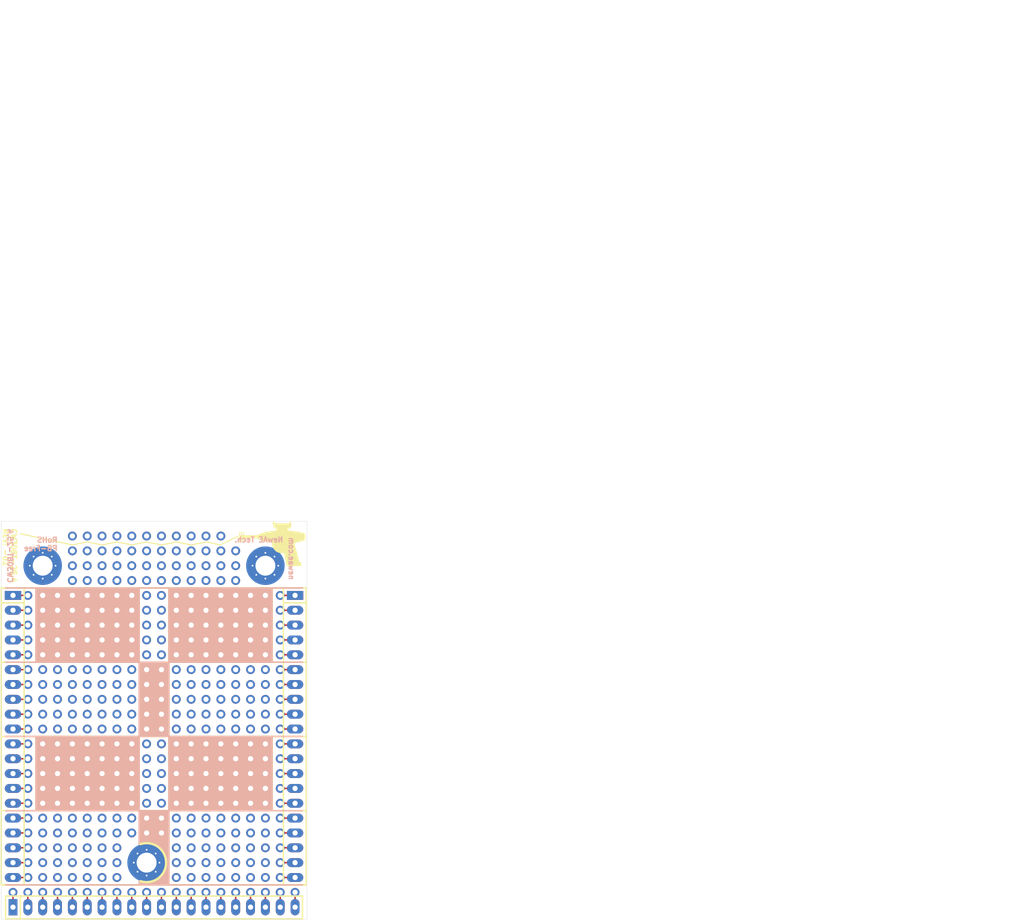
<source format=kicad_pcb>
(kicad_pcb (version 20221018) (generator pcbnew)
  (layers (0 "F.Cu" signal "Top Layer") (31 "B.Cu" signal "Bottom Layer") (34 "B.Paste" user "Bottom Paste") (35 "F.Paste" user "Top Paste") (36 "B.SilkS" user "Bottom Overlay") (37 "F.SilkS" user "Top Overlay") (38 "B.Mask" user "Bottom Solder") (39 "F.Mask" user "Top Solder") (44 "Edge.Cuts" user))
  (net 0 "")
  (footprint "" (layer "F.Cu") (at 159.9311 126.8476)
    (fp_text reference "")
    (fp_text value "")
  )
  (footprint "" (layer "F.Cu") (at 142.1511 126.8476)
    (fp_text reference "")
    (fp_text value "")
  )
  (footprint "" (layer "F.Cu") (at 131.9911 116.6876)
    (fp_text reference "")
    (fp_text value "")
  )
  (footprint "" (layer "F.Cu") (at 154.8511 121.7676)
    (fp_text reference "")
    (fp_text value "")
  )
  (footprint "" (layer "F.Cu") (at 152.3111 126.8476)
    (fp_text reference "")
    (fp_text value "")
  )
  (footprint "" (layer "F.Cu") (at 144.6911 124.3076)
    (fp_text reference "")
    (fp_text value "")
  )
  (footprint "" (layer "F.Cu") (at 126.9111 106.5276)
    (fp_text reference "")
    (fp_text value "")
  )
  (footprint "" (layer "F.Cu") (at 149.7711 96.3676)
    (fp_text reference "")
    (fp_text value "")
  )
  (footprint "" (layer "F.Cu") (at 149.7711 88.7476)
    (fp_text reference "")
    (fp_text value "")
  )
  (footprint "" (layer "F.Cu") (at 142.1511 103.9876)
    (fp_text reference "")
    (fp_text value "")
  )
  (footprint "" (layer "F.Cu") (at 157.3911 98.9076)
    (fp_text reference "")
    (fp_text value "")
  )
  (footprint "" (layer "F.Cu") (at 157.3911 106.5276)
    (fp_text reference "")
    (fp_text value "")
  )
  (footprint "" (layer "F.Cu") (at 137.0711 101.4476)
    (fp_text reference "")
    (fp_text value "")
  )
  (footprint "" (layer "F.Cu") (at 165.0111 119.2276)
    (fp_text reference "")
    (fp_text value "")
  )
  (footprint "" (layer "F.Cu") (at 129.4511 129.3876)
    (fp_text reference "")
    (fp_text value "")
  )
  (footprint "" (layer "F.Cu") (at 129.4511 88.7476)
    (fp_text reference "")
    (fp_text value "")
  )
  (footprint "" (layer "F.Cu") (at 147.2311 114.1476)
    (fp_text reference "")
    (fp_text value "")
  )
  (footprint "" (layer "F.Cu") (at 159.9311 121.7676)
    (fp_text reference "")
    (fp_text value "")
  )
  (footprint "" (layer "F.Cu") (at 149.7711 121.7676)
    (fp_text reference "")
    (fp_text value "")
  )
  (footprint "" (layer "F.Cu") (at 144.6911 86.2076)
    (fp_text reference "")
    (fp_text value "")
  )
  (footprint "" (layer "F.Cu") (at 167.5511 114.1476)
    (fp_text reference "")
    (fp_text value "")
  )
  (footprint "" (layer "F.Cu") (at 165.0111 131.9276)
    (fp_text reference "")
    (fp_text value "")
  )
  (footprint "" (layer "F.Cu") (at 142.1511 116.6876)
    (fp_text reference "")
    (fp_text value "")
  )
  (footprint "" (layer "F.Cu") (at 139.6111 114.1476)
    (fp_text reference "")
    (fp_text value "")
  )
  (footprint "" (layer "F.Cu") (at 157.3911 124.3076)
    (fp_text reference "")
    (fp_text value "")
  )
  (footprint "" (layer "F.Cu") (at 170.0911 131.9276)
    (fp_text reference "")
    (fp_text value "")
  )
  (footprint "" (layer "F.Cu") (at 157.3911 101.4476)
    (fp_text reference "")
    (fp_text value "")
  )
  (footprint "" (layer "F.Cu") (at 142.1511 101.4476)
    (fp_text reference "")
    (fp_text value "")
  )
  (footprint "" (layer "F.Cu") (at 165.0111 116.6876)
    (fp_text reference "")
    (fp_text value "")
  )
  (footprint "" (layer "F.Cu") (at 147.2311 73.5076)
    (fp_text reference "")
    (fp_text value "")
  )
  (footprint "" (layer "F.Cu") (at 154.8511 101.4476)
    (fp_text reference "")
    (fp_text value "")
  )
  (footprint "" (layer "F.Cu") (at 144.6911 78.5876)
    (fp_text reference "")
    (fp_text value "")
  )
  (footprint "" (layer "F.Cu") (at 157.3911 103.9876)
    (fp_text reference "")
    (fp_text value "")
  )
  (footprint "" (layer "F.Cu") (at 134.5311 93.8276)
    (fp_text reference "")
    (fp_text value "")
  )
  (footprint "" (layer "F.Cu") (at 152.3111 78.5876)
    (fp_text reference "")
    (fp_text value "")
  )
  (footprint "" (layer "F.Cu") (at 154.8511 134.4676)
    (fp_text reference "")
    (fp_text value "")
  )
  (footprint "" (layer "F.Cu") (at 159.9311 114.1476)
    (fp_text reference "")
    (fp_text value "")
  )
  (footprint "" (layer "F.Cu") (at 170.0911 96.3676)
    (fp_text reference "")
    (fp_text value "")
  )
  (footprint "" (layer "F.Cu") (at 162.4711 114.1476)
    (fp_text reference "")
    (fp_text value "")
  )
  (footprint "" (layer "F.Cu") (at 139.6111 106.5276)
    (fp_text reference "")
    (fp_text value "")
  )
  (footprint "" (layer "F.Cu") (at 167.5511 134.4676)
    (fp_text reference "")
    (fp_text value "")
  )
  (footprint "" (layer "F.Cu") (at 162.4711 119.2276)
    (fp_text reference "")
    (fp_text value "")
  )
  (footprint "" (layer "F.Cu") (at 149.7711 109.0676)
    (fp_text reference "")
    (fp_text value "")
  )
  (footprint "" (layer "F.Cu") (at 147.2311 116.6876)
    (fp_text reference "")
    (fp_text value "")
  )
  (footprint "" (layer "F.Cu") (at 170.0911 101.4476)
    (fp_text reference "")
    (fp_text value "")
  )
  (footprint "" (layer "F.Cu") (at 157.3911 114.1476)
    (fp_text reference "")
    (fp_text value "")
  )
  (footprint "" (layer "F.Cu") (at 142.1511 83.6676)
    (fp_text reference "")
    (fp_text value "")
  )
  (footprint "" (layer "F.Cu") (at 144.6911 121.7676)
    (fp_text reference "")
    (fp_text value "")
  )
  (footprint "" (layer "F.Cu") (at 157.3911 96.3676)
    (fp_text reference "")
    (fp_text value "")
  )
  (footprint "" (layer "F.Cu") (at 134.5311 88.7476)
    (fp_text reference "")
    (fp_text value "")
  )
  (footprint "" (layer "F.Cu") (at 129.4511 121.7676)
    (fp_text reference "")
    (fp_text value "")
  )
  (footprint "" (layer "F.Cu") (at 149.7711 83.6676)
    (fp_text reference "")
    (fp_text value "")
  )
  (footprint "" (layer "F.Cu") (at 139.6111 111.6076)
    (fp_text reference "")
    (fp_text value "")
  )
  (footprint "" (layer "F.Cu") (at 154.8511 76.0476)
    (fp_text reference "")
    (fp_text value "")
  )
  (footprint "" (layer "F.Cu") (at 152.3111 106.5276)
    (fp_text reference "")
    (fp_text value "")
  )
  (footprint "" (layer "F.Cu") (at 147.2311 121.7676)
    (fp_text reference "")
    (fp_text value "")
  )
  (footprint "" (layer "F.Cu") (at 149.7711 111.6076)
    (fp_text reference "")
    (fp_text value "")
  )
  (footprint "" (layer "F.Cu") (at 139.6111 98.9076)
    (fp_text reference "")
    (fp_text value "")
  )
  (footprint "" (layer "F.Cu") (at 165.0111 86.2076)
    (fp_text reference "")
    (fp_text value "")
  )
  (footprint "" (layer "F.Cu") (at 134.5311 134.4676)
    (fp_text reference "")
    (fp_text value "")
  )
  (footprint "NewAE_AltiumLib.PcbLib:801-87-020-10-001101" (layer "F.Cu") (at 124.3711 137.0076 90)
    (fp_text reference "J8" hide)
    (fp_text value "20-Pin Header" hide)
  )
  (footprint "" (layer "F.Cu") (at 142.1511 86.2076)
    (fp_text reference "")
    (fp_text value "")
  )
  (footprint "" (layer "F.Cu") (at 137.0711 131.9276)
    (fp_text reference "")
    (fp_text value "")
  )
  (footprint "" (layer "F.Cu") (at 167.5511 86.2076)
    (fp_text reference "")
    (fp_text value "")
  )
  (footprint "" (layer "F.Cu") (at 149.7711 73.5076)
    (fp_text reference "")
    (fp_text value "")
  )
  (footprint "" (layer "F.Cu") (at 154.8511 106.5276)
    (fp_text reference "")
    (fp_text value "")
  )
  (footprint "" (layer "F.Cu") (at 134.5311 91.2876)
    (fp_text reference "")
    (fp_text value "")
  )
  (footprint "" (layer "F.Cu") (at 170.0911 114.1476)
    (fp_text reference "")
    (fp_text value "")
  )
  (footprint "" (layer "F.Cu") (at 152.3111 109.0676)
    (fp_text reference "")
    (fp_text value "")
  )
  (footprint "" (layer "F.Cu") (at 129.4511 134.4676)
    (fp_text reference "")
    (fp_text value "")
  )
  (footprint "" (layer "F.Cu") (at 126.9111 96.3676)
    (fp_text reference "")
    (fp_text value "")
  )
  (footprint "" (layer "F.Cu") (at 137.0711 76.0476)
    (fp_text reference "")
    (fp_text value "")
  )
  (footprint "NewAE_AltiumLib.PcbLib:801-87-020-10-001101" (layer "F.Cu") (at 124.3711 83.6676)
    (fp_text reference "J7" hide)
    (fp_text value "20-Pin Header" hide)
  )
  (footprint "" (layer "F.Cu") (at 139.6111 81.1276)
    (fp_text reference "")
    (fp_text value "")
  )
  (footprint "" (layer "F.Cu") (at 167.5511 88.7476)
    (fp_text reference "")
    (fp_text value "")
  )
  (footprint "" (layer "F.Cu") (at 131.9911 129.3876)
    (fp_text reference "")
    (fp_text value "")
  )
  (footprint "" (layer "F.Cu") (at 137.0711 111.6076)
    (fp_text reference "")
    (fp_text value "")
  )
  (footprint "" (layer "F.Cu") (at 129.4511 91.2876)
    (fp_text reference "")
    (fp_text value "")
  )
  (footprint "" (layer "F.Cu") (at 170.0911 98.9076)
    (fp_text reference "")
    (fp_text value "")
  )
  (footprint "" (layer "F.Cu") (at 165.0111 109.0676)
    (fp_text reference "")
    (fp_text value "")
  )
  (footprint "" (layer "F.Cu") (at 129.4511 131.9276)
    (fp_text reference "")
    (fp_text value "")
  )
  (footprint "" (layer "F.Cu") (at 159.9311 93.8276)
    (fp_text reference "")
    (fp_text value "")
  )
  (footprint "" (layer "F.Cu") (at 126.9111 83.6676)
    (fp_text reference "")
    (fp_text value "")
  )
  (footprint "" (layer "F.Cu") (at 139.6111 76.0476)
    (fp_text reference "")
    (fp_text value "")
  )
  (footprint "" (layer "F.Cu") (at 165.0111 111.6076)
    (fp_text reference "")
    (fp_text value "")
  )
  (footprint "" (layer "F.Cu") (at 131.9911 88.7476)
    (fp_text reference "")
    (fp_text value "")
  )
  (footprint "" (layer "F.Cu") (at 139.6111 93.8276)
    (fp_text reference "")
    (fp_text value "")
  )
  (footprint "" (layer "F.Cu") (at 149.7711 93.8276)
    (fp_text reference "")
    (fp_text value "")
  )
  (footprint "" (layer "F.Cu") (at 147.2311 109.0676)
    (fp_text reference "")
    (fp_text value "")
  )
  (footprint "" (layer "F.Cu") (at 167.5511 109.0676)
    (fp_text reference "")
    (fp_text value "")
  )
  (footprint "" (layer "F.Cu") (at 157.3911 93.8276)
    (fp_text reference "")
    (fp_text value "")
  )
  (footprint "" (layer "F.Cu") (at 134.5311 109.0676)
    (fp_text reference "")
    (fp_text value "")
  )
  (footprint "" (layer "F.Cu") (at 165.0111 103.9876)
    (fp_text reference "")
    (fp_text value "")
  )
  (footprint "" (layer "F.Cu") (at 147.2311 106.5276)
    (fp_text reference "")
    (fp_text value "")
  )
  (footprint "" (layer "F.Cu") (at 165.0111 129.3876)
    (fp_text reference "")
    (fp_text value "")
  )
  (footprint "" (layer "F.Cu") (at 170.0911 126.8476)
    (fp_text reference "")
    (fp_text value "")
  )
  (footprint "" (layer "F.Cu") (at 137.0711 126.8476)
    (fp_text reference "")
    (fp_text value "")
  )
  (footprint "" (layer "F.Cu") (at 170.0911 103.9876)
    (fp_text reference "")
    (fp_text value "")
  )
  (footprint "" (layer "F.Cu") (at 159.9311 109.0676)
    (fp_text reference "")
    (fp_text value "")
  )
  (footprint "" (layer "F.Cu") (at 157.3911 131.9276)
    (fp_text reference "")
    (fp_text value "")
  )
  (footprint "" (layer "F.Cu") (at 157.3911 76.0476)
    (fp_text reference "")
    (fp_text value "")
  )
  (footprint "" (layer "F.Cu") (at 165.0111 106.5276)
    (fp_text reference "")
    (fp_text value "")
  )
  (footprint "" (layer "F.Cu") (at 167.5511 101.4476)
    (fp_text reference "")
    (fp_text value "")
  )
  (footprint "" (layer "F.Cu") (at 162.4711 124.3076)
    (fp_text reference "")
    (fp_text value "")
  )
  (footprint "" (layer "F.Cu") (at 170.0911 83.6676)
    (fp_text reference "")
    (fp_text value "")
  )
  (footprint "" (layer "F.Cu") (at 139.6111 83.6676)
    (fp_text reference "")
    (fp_text value "")
  )
  (footprint "" (layer "F.Cu") (at 129.4511 114.1476)
    (fp_text reference "")
    (fp_text value "")
  )
  (footprint "" (layer "F.Cu") (at 162.4711 83.6676)
    (fp_text reference "")
    (fp_text value "")
  )
  (footprint "" (layer "F.Cu") (at 147.2311 98.9076)
    (fp_text reference "")
    (fp_text value "")
  )
  (footprint "" (layer "F.Cu") (at 167.5511 98.9076)
    (fp_text reference "")
    (fp_text value "")
  )
  (footprint "" (layer "F.Cu") (at 144.6911 119.2276)
    (fp_text reference "")
    (fp_text value "")
  )
  (footprint "" (layer "F.Cu") (at 152.3111 119.2276)
    (fp_text reference "")
    (fp_text value "")
  )
  (footprint "" (layer "F.Cu") (at 134.5311 73.5076)
    (fp_text reference "")
    (fp_text value "")
  )
  (footprint "" (layer "F.Cu") (at 159.9311 124.3076)
    (fp_text reference "")
    (fp_text value "")
  )
  (footprint "" (layer "F.Cu") (at 165.0111 91.2876)
    (fp_text reference "")
    (fp_text value "")
  )
  (footprint "" (layer "F.Cu") (at 137.0711 129.3876)
    (fp_text reference "")
    (fp_text value "")
  )
  (footprint "" (layer "F.Cu") (at 152.3111 111.6076)
    (fp_text reference "")
    (fp_text value "")
  )
  (footprint "" (layer "F.Cu") (at 162.4711 134.4676)
    (fp_text reference "")
    (fp_text value "")
  )
  (footprint "" (layer "F.Cu") (at 131.9911 83.6676)
    (fp_text reference "")
    (fp_text value "")
  )
  (footprint "" (layer "F.Cu") (at 162.4711 111.6076)
    (fp_text reference "")
    (fp_text value "")
  )
  (footprint "" (layer "F.Cu") (at 170.0911 134.4676)
    (fp_text reference "")
    (fp_text value "")
  )
  (footprint "" (layer "F.Cu") (at 147.2311 88.7476)
    (fp_text reference "")
    (fp_text value "")
  )
  (footprint "" (layer "F.Cu") (at 129.4511 124.3076)
    (fp_text reference "")
    (fp_text value "")
  )
  (footprint "" (layer "F.Cu") (at 129.4511 126.8476)
    (fp_text reference "")
    (fp_text value "")
  )
  (footprint "" (layer "F.Cu") (at 154.8511 116.6876)
    (fp_text reference "")
    (fp_text value "")
  )
  (footprint "" (layer "F.Cu") (at 149.7711 98.9076)
    (fp_text reference "")
    (fp_text value "")
  )
  (footprint "" (layer "F.Cu") (at 137.0711 103.9876)
    (fp_text reference "")
    (fp_text value "")
  )
  (footprint "" (layer "F.Cu") (at 157.3911 88.7476)
    (fp_text reference "")
    (fp_text value "")
  )
  (footprint "" (layer "F.Cu") (at 142.1511 119.2276)
    (fp_text reference "")
    (fp_text value "")
  )
  (footprint "" (layer "F.Cu") (at 129.4511 93.8276)
    (fp_text reference "")
    (fp_text value "")
  )
  (footprint "" (layer "F.Cu") (at 162.4711 86.2076)
    (fp_text reference "")
    (fp_text value "")
  )
  (footprint "" (layer "F.Cu") (at 167.5511 131.9276)
    (fp_text reference "")
    (fp_text value "")
  )
  (footprint "" (layer "F.Cu") (at 162.4711 88.7476)
    (fp_text reference "")
    (fp_text value "")
  )
  (footprint "" (layer "F.Cu") (at 131.9911 101.4476)
    (fp_text reference "")
    (fp_text value "")
  )
  (footprint "" (layer "F.Cu") (at 157.3911 83.6676)
    (fp_text reference "")
    (fp_text value "")
  )
  (footprint "" (layer "F.Cu") (at 152.3111 73.5076)
    (fp_text reference "")
    (fp_text value "")
  )
  (footprint "" (layer "F.Cu") (at 157.3911 119.2276)
    (fp_text reference "")
    (fp_text value "")
  )
  (footprint "" (layer "F.Cu") (at 165.0111 93.8276)
    (fp_text reference "")
    (fp_text value "")
  )
  (footprint "" (layer "F.Cu") (at 159.9311 83.6676)
    (fp_text reference "")
    (fp_text value "")
  )
  (footprint "" (layer "F.Cu") (at 142.1511 76.0476)
    (fp_text reference "")
    (fp_text value "")
  )
  (footprint "" (layer "F.Cu") (at 170.0911 86.2076)
    (fp_text reference "")
    (fp_text value "")
  )
  (footprint "" (layer "F.Cu") (at 154.8511 78.5876)
    (fp_text reference "")
    (fp_text value "")
  )
  (footprint "" (layer "F.Cu") (at 137.0711 83.6676)
    (fp_text reference "")
    (fp_text value "")
  )
  (footprint "" (layer "F.Cu") (at 162.4711 129.3876)
    (fp_text reference "")
    (fp_text value "")
  )
  (footprint "" (layer "F.Cu") (at 162.4711 106.5276)
    (fp_text reference "")
    (fp_text value "")
  )
  (footprint "" (layer "F.Cu") (at 137.0711 114.1476)
    (fp_text reference "")
    (fp_text value "")
  )
  (footprint "" (layer "F.Cu") (at 167.5511 119.2276)
    (fp_text reference "")
    (fp_text value "")
  )
  (footprint "" (layer "F.Cu") (at 152.3111 134.4676)
    (fp_text reference "")
    (fp_text value "")
  )
  (footprint "" (layer "F.Cu") (at 142.1511 111.6076)
    (fp_text reference "")
    (fp_text value "")
  )
  (footprint "" (layer "F.Cu") (at 139.6111 78.5876)
    (fp_text reference "")
    (fp_text value "")
  )
  (footprint "" (layer "F.Cu") (at 142.1511 134.4676)
    (fp_text reference "")
    (fp_text value "")
  )
  (footprint "" (layer "F.Cu") (at 170.0911 109.0676)
    (fp_text reference "")
    (fp_text value "")
  )
  (footprint "" (layer "F.Cu") (at 142.1511 121.7676)
    (fp_text reference "")
    (fp_text value "")
  )
  (footprint "" (layer "F.Cu") (at 149.7711 106.5276)
    (fp_text reference "")
    (fp_text value "")
  )
  (footprint "" (layer "F.Cu") (at 126.9111 103.9876)
    (fp_text reference "")
    (fp_text value "")
  )
  (footprint "" (layer "F.Cu") (at 137.0711 119.2276)
    (fp_text reference "")
    (fp_text value "")
  )
  (footprint "" (layer "F.Cu") (at 124.3711 134.4676)
    (fp_text reference "")
    (fp_text value "")
  )
  (footprint "" (layer "F.Cu") (at 147.2311 81.1276)
    (fp_text reference "")
    (fp_text value "")
  )
  (footprint "" (layer "F.Cu") (at 159.9311 129.3876)
    (fp_text reference "")
    (fp_text value "")
  )
  (footprint "" (layer "F.Cu") (at 129.4511 96.3676)
    (fp_text reference "")
    (fp_text value "")
  )
  (footprint "" (layer "F.Cu") (at 142.1511 88.7476)
    (fp_text reference "")
    (fp_text value "")
  )
  (footprint "" (layer "F.Cu") (at 144.6911 103.9876)
    (fp_text reference "")
    (fp_text value "")
  )
  (footprint "" (layer "F.Cu") (at 129.4511 111.6076)
    (fp_text reference "")
    (fp_text value "")
  )
  (footprint "" (layer "F.Cu") (at 165.0111 83.6676)
    (fp_text reference "")
    (fp_text value "")
  )
  (footprint "" (layer "F.Cu") (at 154.8511 93.8276)
    (fp_text reference "")
    (fp_text value "")
  )
  (footprint "" (layer "F.Cu") (at 134.5311 114.1476)
    (fp_text reference "")
    (fp_text value "")
  )
  (footprint "" (layer "F.Cu") (at 154.8511 119.2276)
    (fp_text reference "")
    (fp_text value "")
  )
  (footprint "" (layer "F.Cu") (at 157.3911 121.7676)
    (fp_text reference "")
    (fp_text value "")
  )
  (footprint "C:_ProgramData_Altium_Altium Designer {84AFF34E-DC1D-4545-A75B-08AA1D33DAA0}_VaultsFileCache_B7D15EC3-160A-466F-A46C-7801FE6295A7_15173DDA-2CAD-4598-A6FD-4A1A5079065F_Released_Mounting-Hole-RND-Altium.PcbLib_Mounting-Hole-RND-Altium" (layer "F.Cu") (at 129.4511 78.5876)
    (fp_text reference "MH3" hide)
    (fp_text value "Mounting-Hole-RND-Altium" hide)
  )
  (footprint "" (layer "F.Cu") (at 154.8511 131.9276)
    (fp_text reference "")
    (fp_text value "")
  )
  (footprint "" (layer "F.Cu") (at 139.6111 91.2876)
    (fp_text reference "")
    (fp_text value "")
  )
  (footprint "" (layer "F.Cu") (at 152.3111 121.7676)
    (fp_text reference "")
    (fp_text value "")
  )
  (footprint "" (layer "F.Cu") (at 142.1511 106.5276)
    (fp_text reference "")
    (fp_text value "")
  )
  (footprint "" (layer "F.Cu") (at 167.5511 121.7676)
    (fp_text reference "")
    (fp_text value "")
  )
  (footprint "" (layer "F.Cu") (at 162.4711 121.7676)
    (fp_text reference "")
    (fp_text value "")
  )
  (footprint "" (layer "F.Cu") (at 157.3911 91.2876)
    (fp_text reference "")
    (fp_text value "")
  )
  (footprint "" (layer "F.Cu") (at 165.0111 96.3676)
    (fp_text reference "")
    (fp_text value "")
  )
  (footprint "" (layer "F.Cu") (at 154.8511 111.6076)
    (fp_text reference "")
    (fp_text value "")
  )
  (footprint "" (layer "F.Cu") (at 154.8511 83.6676)
    (fp_text reference "")
    (fp_text value "")
  )
  (footprint "" (layer "F.Cu") (at 134.5311 111.6076)
    (fp_text reference "")
    (fp_text value "")
  )
  (footprint "" (layer "F.Cu") (at 154.8511 86.2076)
    (fp_text reference "")
    (fp_text value "")
  )
  (footprint "" (layer "F.Cu") (at 152.3111 103.9876)
    (fp_text reference "")
    (fp_text value "")
  )
  (footprint "" (layer "F.Cu") (at 134.5311 129.3876)
    (fp_text reference "")
    (fp_text value "")
  )
  (footprint "" (layer "F.Cu") (at 165.0111 126.8476)
    (fp_text reference "")
    (fp_text value "")
  )
  (footprint "" (layer "F.Cu") (at 165.0111 124.3076)
    (fp_text reference "")
    (fp_text value "")
  )
  (footprint "" (layer "F.Cu") (at 157.3911 129.3876)
    (fp_text reference "")
    (fp_text value "")
  )
  (footprint "" (layer "F.Cu") (at 126.9111 91.2876)
    (fp_text reference "")
    (fp_text value "")
  )
  (footprint "" (layer "F.Cu") (at 149.7711 134.4676)
    (fp_text reference "")
    (fp_text value "")
  )
  (footprint "" (layer "F.Cu") (at 126.9111 116.6876)
    (fp_text reference "")
    (fp_text value "")
  )
  (footprint "" (layer "F.Cu") (at 159.9311 86.2076)
    (fp_text reference "")
    (fp_text value "")
  )
  (footprint "" (layer "F.Cu") (at 147.2311 103.9876)
    (fp_text reference "")
    (fp_text value "")
  )
  (footprint "" (layer "F.Cu") (at 144.6911 81.1276)
    (fp_text reference "")
    (fp_text value "")
  )
  (footprint "" (layer "F.Cu") (at 126.9111 131.9276)
    (fp_text reference "")
    (fp_text value "")
  )
  (footprint "" (layer "F.Cu") (at 144.6911 106.5276)
    (fp_text reference "")
    (fp_text value "")
  )
  (footprint "" (layer "F.Cu") (at 126.9111 126.8476)
    (fp_text reference "")
    (fp_text value "")
  )
  (footprint "" (layer "F.Cu") (at 165.0111 88.7476)
    (fp_text reference "")
    (fp_text value "")
  )
  (footprint "" (layer "F.Cu") (at 144.6911 88.7476)
    (fp_text reference "")
    (fp_text value "")
  )
  (footprint "" (layer "F.Cu") (at 137.0711 73.5076)
    (fp_text reference "")
    (fp_text value "")
  )
  (footprint "" (layer "F.Cu") (at 162.4711 103.9876)
    (fp_text reference "")
    (fp_text value "")
  )
  (footprint "" (layer "F.Cu") (at 137.0711 134.4676)
    (fp_text reference "")
    (fp_text value "")
  )
  (footprint "" (layer "F.Cu") (at 137.0711 78.5876)
    (fp_text reference "")
    (fp_text value "")
  )
  (footprint "" (layer "F.Cu") (at 129.4511 116.6876)
    (fp_text reference "")
    (fp_text value "")
  )
  (footprint "" (layer "F.Cu") (at 134.5311 86.2076)
    (fp_text reference "")
    (fp_text value "")
  )
  (footprint "" (layer "F.Cu") (at 165.0111 134.4676)
    (fp_text reference "")
    (fp_text value "")
  )
  (footprint "" (layer "F.Cu") (at 137.0711 98.9076)
    (fp_text reference "")
    (fp_text value "")
  )
  (footprint "" (layer "F.Cu") (at 139.6111 103.9876)
    (fp_text reference "")
    (fp_text value "")
  )
  (footprint "" (layer "F.Cu") (at 147.2311 101.4476)
    (fp_text reference "")
    (fp_text value "")
  )
  (footprint "" (layer "F.Cu") (at 129.4511 106.5276)
    (fp_text reference "")
    (fp_text value "")
  )
  (footprint "" (layer "F.Cu") (at 152.3111 131.9276)
    (fp_text reference "")
    (fp_text value "")
  )
  (footprint "" (layer "F.Cu") (at 142.1511 93.8276)
    (fp_text reference "")
    (fp_text value "")
  )
  (footprint "" (layer "F.Cu") (at 162.4711 116.6876)
    (fp_text reference "")
    (fp_text value "")
  )
  (footprint "" (layer "F.Cu") (at 139.6111 73.5076)
    (fp_text reference "")
    (fp_text value "")
  )
  (footprint "" (layer "F.Cu") (at 159.9311 134.4676)
    (fp_text reference "")
    (fp_text value "")
  )
  (footprint "" (layer "F.Cu") (at 131.9911 114.1476)
    (fp_text reference "")
    (fp_text value "")
  )
  (footprint "" (layer "F.Cu") (at 159.9311 96.3676)
    (fp_text reference "")
    (fp_text value "")
  )
  (footprint "" (layer "F.Cu") (at 147.2311 93.8276)
    (fp_text reference "")
    (fp_text value "")
  )
  (footprint "" (layer "F.Cu") (at 162.4711 76.0476)
    (fp_text reference "")
    (fp_text value "")
  )
  (footprint "" (layer "F.Cu") (at 129.4511 103.9876)
    (fp_text reference "")
    (fp_text value "")
  )
  (footprint "" (layer "F.Cu") (at 142.1511 91.2876)
    (fp_text reference "")
    (fp_text value "")
  )
  (footprint "" (layer "F.Cu") (at 131.9911 96.3676)
    (fp_text reference "")
    (fp_text value "")
  )
  (footprint "" (layer "F.Cu") (at 152.3111 98.9076)
    (fp_text reference "")
    (fp_text value "")
  )
  (footprint "" (layer "F.Cu") (at 162.4711 96.3676)
    (fp_text reference "")
    (fp_text value "")
  )
  (footprint "" (layer "F.Cu") (at 152.3111 124.3076)
    (fp_text reference "")
    (fp_text value "")
  )
  (footprint "" (layer "F.Cu") (at 147.2311 124.3076)
    (fp_text reference "")
    (fp_text value "")
  )
  (footprint "" (layer "F.Cu") (at 126.9111 124.3076)
    (fp_text reference "")
    (fp_text value "")
  )
  (footprint "" (layer "F.Cu") (at 131.9911 131.9276)
    (fp_text reference "")
    (fp_text value "")
  )
  (footprint "" (layer "F.Cu") (at 134.5311 121.7676)
    (fp_text reference "")
    (fp_text value "")
  )
  (footprint "" (layer "F.Cu") (at 142.1511 98.9076)
    (fp_text reference "")
    (fp_text value "")
  )
  (footprint "" (layer "F.Cu") (at 142.1511 81.1276)
    (fp_text reference "")
    (fp_text value "")
  )
  (footprint "" (layer "F.Cu") (at 144.6911 134.4676)
    (fp_text reference "")
    (fp_text value "")
  )
  (footprint "" (layer "F.Cu") (at 170.0911 91.2876)
    (fp_text reference "")
    (fp_text value "")
  )
  (footprint "" (layer "F.Cu") (at 139.6111 109.0676)
    (fp_text reference "")
    (fp_text value "")
  )
  (footprint "" (layer "F.Cu") (at 131.9911 93.8276)
    (fp_text reference "")
    (fp_text value "")
  )
  (footprint "" (layer "F.Cu") (at 162.4711 81.1276)
    (fp_text reference "")
    (fp_text value "")
  )
  (footprint "" (layer "F.Cu") (at 139.6111 126.8476)
    (fp_text reference "")
    (fp_text value "")
  )
  (footprint "C:_ProgramData_Altium_Altium Designer {84AFF34E-DC1D-4545-A75B-08AA1D33DAA0}_VaultsFileCache_B7D15EC3-160A-466F-A46C-7801FE6295A7_15173DDA-2CAD-4598-A6FD-4A1A5079065F_Released_Mounting-Hole-RND-Altium.PcbLib_Mounting-Hole-RND-Altium" (layer "F.Cu") (at 167.5511 78.5876)
    (fp_text reference "MH5" hide)
    (fp_text value "Mounting-Hole-RND-Altium" hide)
  )
  (footprint "" (layer "F.Cu") (at 149.7711 103.9876)
    (fp_text reference "")
    (fp_text value "")
  )
  (footprint "" (layer "F.Cu") (at 170.0911 124.3076)
    (fp_text reference "")
    (fp_text value "")
  )
  (footprint "" (layer "F.Cu") (at 126.9111 114.1476)
    (fp_text reference "")
    (fp_text value "")
  )
  (footprint "" (layer "F.Cu") (at 154.8511 88.7476)
    (fp_text reference "")
    (fp_text value "")
  )
  (footprint "" (layer "F.Cu") (at 170.0911 88.7476)
    (fp_text reference "")
    (fp_text value "")
  )
  (footprint "" (layer "F.Cu") (at 167.5511 96.3676)
    (fp_text reference "")
    (fp_text value "")
  )
  (footprint "" (layer "F.Cu") (at 149.7711 119.2276)
    (fp_text reference "")
    (fp_text value "")
  )
  (footprint "" (layer "F.Cu") (at 157.3911 73.5076)
    (fp_text reference "")
    (fp_text value "")
  )
  (footprint "" (layer "F.Cu") (at 134.5311 119.2276)
    (fp_text reference "")
    (fp_text value "")
  )
  (footprint "" (layer "F.Cu") (at 152.3111 114.1476)
    (fp_text reference "")
    (fp_text value "")
  )
  (footprint "" (layer "F.Cu") (at 131.9911 103.9876)
    (fp_text reference "")
    (fp_text value "")
  )
  (footprint "" (layer "F.Cu") (at 144.6911 73.5076)
    (fp_text reference "")
    (fp_text value "")
  )
  (footprint "" (layer "F.Cu") (at 154.8511 109.0676)
    (fp_text reference "")
    (fp_text value "")
  )
  (footprint "" (layer "F.Cu") (at 154.8511 126.8476)
    (fp_text reference "")
    (fp_text value "")
  )
  (footprint "" (layer "F.Cu") (at 154.8511 73.5076)
    (fp_text reference "")
    (fp_text value "")
  )
  (footprint "" (layer "F.Cu") (at 126.9111 129.3876)
    (fp_text reference "")
    (fp_text value "")
  )
  (footprint "" (layer "F.Cu") (at 142.1511 78.5876)
    (fp_text reference "")
    (fp_text value "")
  )
  (footprint "" (layer "F.Cu") (at 137.0711 121.7676)
    (fp_text reference "")
    (fp_text value "")
  )
  (footprint "" (layer "F.Cu") (at 126.9111 111.6076)
    (fp_text reference "")
    (fp_text value "")
  )
  (footprint "" (layer "F.Cu") (at 139.6111 131.9276)
    (fp_text reference "")
    (fp_text value "")
  )
  (footprint "" (layer "F.Cu") (at 131.9911 111.6076)
    (fp_text reference "")
    (fp_text value "")
  )
  (footprint "" (layer "F.Cu") (at 149.7711 101.4476)
    (fp_text reference "")
    (fp_text value "")
  )
  (footprint "" (layer "F.Cu") (at 134.5311 76.0476)
    (fp_text reference "")
    (fp_text value "")
  )
  (footprint "" (layer "F.Cu") (at 159.9311 76.0476)
    (fp_text reference "")
    (fp_text value "")
  )
  (footprint "" (layer "F.Cu") (at 165.0111 121.7676)
    (fp_text reference "")
    (fp_text value "")
  )
  (footprint "" (layer "F.Cu") (at 144.6911 91.2876)
    (fp_text reference "")
    (fp_text value "")
  )
  (footprint "" (layer "F.Cu") (at 126.9111 98.9076)
    (fp_text reference "")
    (fp_text value "")
  )
  (footprint "" (layer "F.Cu") (at 165.0111 98.9076)
    (fp_text reference "")
    (fp_text value "")
  )
  (footprint "" (layer "F.Cu") (at 139.6111 101.4476)
    (fp_text reference "")
    (fp_text value "")
  )
  (footprint "" (layer "F.Cu") (at 144.6911 76.0476)
    (fp_text reference "")
    (fp_text value "")
  )
  (footprint "" (layer "F.Cu") (at 152.3111 129.3876)
    (fp_text reference "")
    (fp_text value "")
  )
  (footprint "" (layer "F.Cu") (at 167.5511 93.8276)
    (fp_text reference "")
    (fp_text value "")
  )
  (footprint "" (layer "F.Cu") (at 159.9311 101.4476)
    (fp_text reference "")
    (fp_text value "")
  )
  (footprint "" (layer "F.Cu") (at 144.6911 83.6676)
    (fp_text reference "")
    (fp_text value "")
  )
  (footprint "" (layer "F.Cu") (at 167.5511 103.9876)
    (fp_text reference "")
    (fp_text value "")
  )
  (footprint "" (layer "F.Cu") (at 154.8511 81.1276)
    (fp_text reference "")
    (fp_text value "")
  )
  (footprint "" (layer "F.Cu") (at 162.4711 101.4476)
    (fp_text reference "")
    (fp_text value "")
  )
  (footprint "" (layer "F.Cu") (at 137.0711 81.1276)
    (fp_text reference "")
    (fp_text value "")
  )
  (footprint "" (layer "F.Cu") (at 165.0111 101.4476)
    (fp_text reference "")
    (fp_text value "")
  )
  (footprint "" (layer "F.Cu") (at 144.6911 101.4476)
    (fp_text reference "")
    (fp_text value "")
  )
  (footprint "" (layer "F.Cu") (at 152.3111 81.1276)
    (fp_text reference "")
    (fp_text value "")
  )
  (footprint "" (layer "F.Cu") (at 157.3911 111.6076)
    (fp_text reference "")
    (fp_text value "")
  )
  (footprint "" (layer "F.Cu") (at 131.9911 98.9076)
    (fp_text reference "")
    (fp_text value "")
  )
  (footprint "" (layer "F.Cu") (at 167.5511 124.3076)
    (fp_text reference "")
    (fp_text value "")
  )
  (footprint "" (layer "F.Cu") (at 134.5311 96.3676)
    (fp_text reference "")
    (fp_text value "")
  )
  (footprint "" (layer "F.Cu") (at 142.1511 109.0676)
    (fp_text reference "")
    (fp_text value "")
  )
  (footprint "" (layer "F.Cu") (at 147.2311 96.3676)
    (fp_text reference "")
    (fp_text value "")
  )
  (footprint "" (layer "F.Cu") (at 159.9311 91.2876)
    (fp_text reference "")
    (fp_text value "")
  )
  (footprint "" (layer "F.Cu") (at 149.7711 124.3076)
    (fp_text reference "")
    (fp_text value "")
  )
  (footprint "" (layer "F.Cu") (at 144.6911 96.3676)
    (fp_text reference "")
    (fp_text value "")
  )
  (footprint "" (layer "F.Cu") (at 131.9911 109.0676)
    (fp_text reference "")
    (fp_text value "")
  )
  (footprint "" (layer "F.Cu") (at 144.6911 98.9076)
    (fp_text reference "")
    (fp_text value "")
  )
  (footprint "" (layer "F.Cu") (at 167.5511 129.3876)
    (fp_text reference "")
    (fp_text value "")
  )
  (footprint "" (layer "F.Cu") (at 159.9311 119.2276)
    (fp_text reference "")
    (fp_text value "")
  )
  (footprint "" (layer "F.Cu") (at 142.1511 129.3876)
    (fp_text reference "")
    (fp_text value "")
  )
  (footprint "" (layer "F.Cu") (at 152.3111 96.3676)
    (fp_text reference "")
    (fp_text value "")
  )
  (footprint "" (layer "F.Cu") (at 137.0711 96.3676)
    (fp_text reference "")
    (fp_text value "")
  )
  (footprint "" (layer "F.Cu") (at 142.1511 96.3676)
    (fp_text reference "")
    (fp_text value "")
  )
  (footprint "" (layer "F.Cu") (at 157.3911 116.6876)
    (fp_text reference "")
    (fp_text value "")
  )
  (footprint "" (layer "F.Cu") (at 165.0111 114.1476)
    (fp_text reference "")
    (fp_text value "")
  )
  (footprint "" (layer "F.Cu") (at 167.5511 91.2876)
    (fp_text reference "")
    (fp_text value "")
  )
  (footprint "" (layer "F.Cu") (at 170.0911 93.8276)
    (fp_text reference "")
    (fp_text value "")
  )
  (footprint "" (layer "F.Cu") (at 126.9111 86.2076)
    (fp_text reference "")
    (fp_text value "")
  )
  (footprint "" (layer "F.Cu") (at 157.3911 109.0676)
    (fp_text reference "")
    (fp_text value "")
  )
  (footprint "" (layer "F.Cu") (at 159.9311 116.6876)
    (fp_text reference "")
    (fp_text value "")
  )
  (footprint "" (layer "F.Cu") (at 159.9311 98.9076)
    (fp_text reference "")
    (fp_text value "")
  )
  (footprint "" (layer "F.Cu") (at 144.6911 109.0676)
    (fp_text reference "")
    (fp_text value "")
  )
  (footprint "" (layer "F.Cu") (at 129.4511 98.9076)
    (fp_text reference "")
    (fp_text value "")
  )
  (footprint "" (layer "F.Cu") (at 170.0911 129.3876)
    (fp_text reference "")
    (fp_text value "")
  )
  (footprint "" (layer "F.Cu") (at 144.6911 116.6876)
    (fp_text reference "")
    (fp_text value "")
  )
  (footprint "" (layer "F.Cu") (at 139.6111 134.4676)
    (fp_text reference "")
    (fp_text value "")
  )
  (footprint "" (layer "F.Cu") (at 152.3111 116.6876)
    (fp_text reference "")
    (fp_text value "")
  )
  (footprint "" (layer "F.Cu") (at 149.7711 86.2076)
    (fp_text reference "")
    (fp_text value "")
  )
  (footprint "" (layer "F.Cu") (at 129.4511 86.2076)
    (fp_text reference "")
    (fp_text value "")
  )
  (footprint "" (layer "F.Cu") (at 154.8511 96.3676)
    (fp_text reference "")
    (fp_text value "")
  )
  (footprint "" (layer "F.Cu") (at 170.0911 111.6076)
    (fp_text reference "")
    (fp_text value "")
  )
  (footprint "" (layer "F.Cu") (at 144.6911 111.6076)
    (fp_text reference "")
    (fp_text value "")
  )
  (footprint "" (layer "F.Cu") (at 170.0911 106.5276)
    (fp_text reference "")
    (fp_text value "")
  )
  (footprint "" (layer "F.Cu") (at 162.4711 98.9076)
    (fp_text reference "")
    (fp_text value "")
  )
  (footprint "" (layer "F.Cu") (at 137.0711 91.2876)
    (fp_text reference "")
    (fp_text value "")
  )
  (footprint "" (layer "F.Cu") (at 159.9311 73.5076)
    (fp_text reference "")
    (fp_text value "")
  )
  (footprint "" (layer "F.Cu") (at 170.0911 119.2276)
    (fp_text reference "")
    (fp_text value "")
  )
  (footprint "" (layer "F.Cu") (at 126.9111 93.8276)
    (fp_text reference "")
    (fp_text value "")
  )
  (footprint "" (layer "F.Cu") (at 170.0911 121.7676)
    (fp_text reference "")
    (fp_text value "")
  )
  (footprint "" (layer "F.Cu") (at 131.9911 91.2876)
    (fp_text reference "")
    (fp_text value "")
  )
  (footprint "" (layer "F.Cu") (at 142.1511 131.9276)
    (fp_text reference "")
    (fp_text value "")
  )
  (footprint "" (layer "F.Cu") (at 157.3911 78.5876)
    (fp_text reference "")
    (fp_text value "")
  )
  (footprint "C:_ProgramData_Altium_Altium Designer {84AFF34E-DC1D-4545-A75B-08AA1D33DAA0}_VaultsFileCache_B7D15EC3-160A-466F-A46C-7801FE6295A7_15173DDA-2CAD-4598-A6FD-4A1A5079065F_Released_Mounting-Hole-RND-Altium.PcbLib_Mounting-Hole-RND-Altium" (layer "F.Cu") (at 147.2311 129.3876)
    (fp_text reference "MH4" hide)
    (fp_text value "Mounting-Hole-RND-Altium" hide)
  )
  (footprint "" (layer "F.Cu") (at 134.5311 131.9276)
    (fp_text reference "")
    (fp_text value "")
  )
  (footprint "" (layer "F.Cu") (at 134.5311 106.5276)
    (fp_text reference "")
    (fp_text value "")
  )
  (footprint "" (layer "F.Cu") (at 157.3911 81.1276)
    (fp_text reference "")
    (fp_text value "")
  )
  (footprint "" (layer "F.Cu") (at 137.0711 106.5276)
    (fp_text reference "")
    (fp_text value "")
  )
  (footprint "" (layer "F.Cu") (at 142.1511 124.3076)
    (fp_text reference "")
    (fp_text value "")
  )
  (footprint "" (layer "F.Cu") (at 126.9111 88.7476)
    (fp_text reference "")
    (fp_text value "")
  )
  (footprint "" (layer "F.Cu") (at 134.5311 83.6676)
    (fp_text reference "")
    (fp_text value "")
  )
  (footprint "" (layer "F.Cu") (at 129.4511 109.0676)
    (fp_text reference "")
    (fp_text value "")
  )
  (footprint "" (layer "F.Cu") (at 152.3111 93.8276)
    (fp_text reference "")
    (fp_text value "")
  )
  (footprint "" (layer "F.Cu") (at 134.5311 81.1276)
    (fp_text reference "")
    (fp_text value "")
  )
  (footprint "" (layer "F.Cu") (at 152.3111 101.4476)
    (fp_text reference "")
    (fp_text value "")
  )
  (footprint "" (layer "F.Cu") (at 167.5511 116.6876)
    (fp_text reference "")
    (fp_text value "")
  )
  (footprint "NewAE_AltiumLib.PcbLib:801-87-020-10-001101" (layer "F.Cu") (at 172.6311 83.6676)
    (fp_text reference "J11" hide)
    (fp_text value "20-Pin Header" hide)
  )
  (footprint "" (layer "F.Cu") (at 154.8511 129.3876)
    (fp_text reference "")
    (fp_text value "")
  )
  (footprint "" (layer "F.Cu") (at 149.7711 116.6876)
    (fp_text reference "")
    (fp_text value "")
  )
  (footprint "" (layer "F.Cu") (at 126.9111 101.4476)
    (fp_text reference "")
    (fp_text value "")
  )
  (footprint "" (layer "F.Cu") (at 154.8511 114.1476)
    (fp_text reference "")
    (fp_text value "")
  )
  (footprint "" (layer "F.Cu") (at 139.6111 124.3076)
    (fp_text reference "")
    (fp_text value "")
  )
  (footprint "" (layer "F.Cu") (at 159.9311 88.7476)
    (fp_text reference "")
    (fp_text value "")
  )
  (footprint "" (layer "F.Cu") (at 147.2311 86.2076)
    (fp_text reference "")
    (fp_text value "")
  )
  (footprint "" (layer "F.Cu") (at 149.7711 81.1276)
    (fp_text reference "")
    (fp_text value "")
  )
  (footprint "" (layer "F.Cu") (at 131.9911 106.5276)
    (fp_text reference "")
    (fp_text value "")
  )
  (footprint "" (layer "F.Cu") (at 137.0711 109.0676)
    (fp_text reference "")
    (fp_text value "")
  )
  (footprint "" (layer "F.Cu") (at 152.3111 83.6676)
    (fp_text reference "")
    (fp_text value "")
  )
  (footprint "" (layer "F.Cu") (at 131.9911 134.4676)
    (fp_text reference "")
    (fp_text value "")
  )
  (footprint "" (layer "F.Cu") (at 167.5511 111.6076)
    (fp_text reference "")
    (fp_text value "")
  )
  (footprint "" (layer "F.Cu") (at 129.4511 83.6676)
    (fp_text reference "")
    (fp_text value "")
  )
  (footprint "" (layer "F.Cu") (at 137.0711 88.7476)
    (fp_text reference "")
    (fp_text value "")
  )
  (footprint "" (layer "F.Cu") (at 144.6911 114.1476)
    (fp_text reference "")
    (fp_text value "")
  )
  (footprint "" (layer "F.Cu") (at 137.0711 86.2076)
    (fp_text reference "")
    (fp_text value "")
  )
  (footprint "" (layer "F.Cu") (at 154.8511 91.2876)
    (fp_text reference "")
    (fp_text value "")
  )
  (footprint "" (layer "F.Cu") (at 162.4711 93.8276)
    (fp_text reference "")
    (fp_text value "")
  )
  (footprint "" (layer "F.Cu") (at 157.3911 126.8476)
    (fp_text reference "")
    (fp_text value "")
  )
  (footprint "" (layer "F.Cu") (at 162.4711 91.2876)
    (fp_text reference "")
    (fp_text value "")
  )
  (footprint "" (layer "F.Cu") (at 147.2311 111.6076)
    (fp_text reference "")
    (fp_text value "")
  )
  (footprint "" (layer "F.Cu") (at 126.9111 134.4676)
    (fp_text reference "")
    (fp_text value "")
  )
  (footprint "" (layer "F.Cu") (at 131.9911 119.2276)
    (fp_text reference "")
    (fp_text value "")
  )
  (footprint "" (layer "F.Cu") (at 154.8511 103.9876)
    (fp_text reference "")
    (fp_text value "")
  )
  (footprint "" (layer "F.Cu") (at 152.3111 86.2076)
    (fp_text reference "")
    (fp_text value "")
  )
  (footprint "" (layer "F.Cu") (at 139.6111 119.2276)
    (fp_text reference "")
    (fp_text value "")
  )
  (footprint "" (layer "F.Cu") (at 134.5311 98.9076)
    (fp_text reference "")
    (fp_text value "")
  )
  (footprint "" (layer "F.Cu") (at 159.9311 131.9276)
    (fp_text reference "")
    (fp_text value "")
  )
  (footprint "" (layer "F.Cu") (at 139.6111 86.2076)
    (fp_text reference "")
    (fp_text value "")
  )
  (footprint "" (layer "F.Cu") (at 139.6111 116.6876)
    (fp_text reference "")
    (fp_text value "")
  )
  (footprint "" (layer "F.Cu") (at 149.7711 114.1476)
    (fp_text reference "")
    (fp_text value "")
  )
  (footprint "" (layer "F.Cu") (at 129.4511 101.4476)
    (fp_text reference "")
    (fp_text value "")
  )
  (footprint "" (layer "F.Cu") (at 149.7711 91.2876)
    (fp_text reference "")
    (fp_text value "")
  )
  (footprint "" (layer "F.Cu") (at 134.5311 78.5876)
    (fp_text reference "")
    (fp_text value "")
  )
  (footprint "" (layer "F.Cu") (at 159.9311 106.5276)
    (fp_text reference "")
    (fp_text value "")
  )
  (footprint "" (layer "F.Cu") (at 139.6111 96.3676)
    (fp_text reference "")
    (fp_text value "")
  )
  (footprint "" (layer "F.Cu") (at 159.9311 81.1276)
    (fp_text reference "")
    (fp_text value "")
  )
  (footprint "" (layer "F.Cu") (at 134.5311 101.4476)
    (fp_text reference "")
    (fp_text value "")
  )
  (footprint "" (layer "F.Cu") (at 154.8511 98.9076)
    (fp_text reference "")
    (fp_text value "")
  )
  (footprint "" (layer "F.Cu") (at 147.2311 119.2276)
    (fp_text reference "")
    (fp_text value "")
  )
  (footprint "" (layer "F.Cu") (at 152.3111 76.0476)
    (fp_text reference "")
    (fp_text value "")
  )
  (footprint "" (layer "F.Cu") (at 162.4711 109.0676)
    (fp_text reference "")
    (fp_text value "")
  )
  (footprint "" (layer "F.Cu") (at 139.6111 129.3876)
    (fp_text reference "")
    (fp_text value "")
  )
  (footprint "" (layer "F.Cu") (at 134.5311 126.8476)
    (fp_text reference "")
    (fp_text value "")
  )
  (footprint "" (layer "F.Cu") (at 157.3911 86.2076)
    (fp_text reference "")
    (fp_text value "")
  )
  (footprint "" (layer "F.Cu") (at 139.6111 88.7476)
    (fp_text reference "")
    (fp_text value "")
  )
  (footprint "" (layer "F.Cu") (at 159.9311 78.5876)
    (fp_text reference "")
    (fp_text value "")
  )
  (footprint "" (layer "F.Cu") (at 149.7711 78.5876)
    (fp_text reference "")
    (fp_text value "")
  )
  (footprint "" (layer "F.Cu") (at 139.6111 121.7676)
    (fp_text reference "")
    (fp_text value "")
  )
  (footprint "" (layer "F.Cu") (at 134.5311 116.6876)
    (fp_text reference "")
    (fp_text value "")
  )
  (footprint "" (layer "F.Cu") (at 162.4711 131.9276)
    (fp_text reference "")
    (fp_text value "")
  )
  (footprint "" (layer "F.Cu") (at 142.1511 114.1476)
    (fp_text reference "")
    (fp_text value "")
  )
  (footprint "" (layer "F.Cu") (at 162.4711 126.8476)
    (fp_text reference "")
    (fp_text value "")
  )
  (footprint "" (layer "F.Cu") (at 147.2311 91.2876)
    (fp_text reference "")
    (fp_text value "")
  )
  (footprint "" (layer "F.Cu") (at 134.5311 124.3076)
    (fp_text reference "")
    (fp_text value "")
  )
  (footprint "" (layer "F.Cu") (at 147.2311 134.4676)
    (fp_text reference "")
    (fp_text value "")
  )
  (footprint "" (layer "F.Cu") (at 137.0711 116.6876)
    (fp_text reference "")
    (fp_text value "")
  )
  (footprint "" (layer "F.Cu") (at 134.5311 103.9876)
    (fp_text reference "")
    (fp_text value "")
  )
  (footprint "" (layer "F.Cu") (at 149.7711 76.0476)
    (fp_text reference "")
    (fp_text value "")
  )
  (footprint "" (layer "F.Cu") (at 147.2311 78.5876)
    (fp_text reference "")
    (fp_text value "")
  )
  (footprint "" (layer "F.Cu") (at 126.9111 121.7676)
    (fp_text reference "")
    (fp_text value "")
  )
  (footprint "" (layer "F.Cu") (at 131.9911 86.2076)
    (fp_text reference "")
    (fp_text value "")
  )
  (footprint "" (layer "F.Cu") (at 167.5511 83.6676)
    (fp_text reference "")
    (fp_text value "")
  )
  (footprint "" (layer "F.Cu") (at 170.0911 116.6876)
    (fp_text reference "")
    (fp_text value "")
  )
  (footprint "" (layer "F.Cu") (at 154.8511 124.3076)
    (fp_text reference "")
    (fp_text value "")
  )
  (footprint "" (layer "F.Cu") (at 162.4711 78.5876)
    (fp_text reference "")
    (fp_text value "")
  )
  (footprint "" (layer "F.Cu") (at 167.5511 106.5276)
    (fp_text reference "")
    (fp_text value "")
  )
  (footprint "" (layer "F.Cu") (at 137.0711 93.8276)
    (fp_text reference "")
    (fp_text value "")
  )
  (footprint "" (layer "F.Cu") (at 126.9111 119.2276)
    (fp_text reference "")
    (fp_text value "")
  )
  (footprint "" (layer "F.Cu") (at 147.2311 76.0476)
    (fp_text reference "")
    (fp_text value "")
  )
  (footprint "" (layer "F.Cu") (at 152.3111 91.2876)
    (fp_text reference "")
    (fp_text value "")
  )
  (footprint "" (layer "F.Cu") (at 131.9911 121.7676)
    (fp_text reference "")
    (fp_text value "")
  )
  (footprint "" (layer "F.Cu") (at 157.3911 134.4676)
    (fp_text reference "")
    (fp_text value "")
  )
  (footprint "" (layer "F.Cu") (at 159.9311 111.6076)
    (fp_text reference "")
    (fp_text value "")
  )
  (footprint "" (layer "F.Cu") (at 137.0711 124.3076)
    (fp_text reference "")
    (fp_text value "")
  )
  (footprint "" (layer "F.Cu") (at 131.9911 126.8476)
    (fp_text reference "")
    (fp_text value "")
  )
  (footprint "" (layer "F.Cu") (at 167.5511 126.8476)
    (fp_text reference "")
    (fp_text value "")
  )
  (footprint "" (layer "F.Cu") (at 142.1511 73.5076)
    (fp_text reference "")
    (fp_text value "")
  )
  (footprint "" (layer "F.Cu") (at 172.6311 134.4676)
    (fp_text reference "")
    (fp_text value "")
  )
  (footprint "" (layer "F.Cu") (at 152.3111 88.7476)
    (fp_text reference "")
    (fp_text value "")
  )
  (footprint "" (layer "F.Cu") (at 131.9911 124.3076)
    (fp_text reference "")
    (fp_text value "")
  )
  (footprint "" (layer "F.Cu") (at 159.9311 103.9876)
    (fp_text reference "")
    (fp_text value "")
  )
  (footprint "" (layer "F.Cu") (at 126.9111 109.0676)
    (fp_text reference "")
    (fp_text value "")
  )
  (footprint "" (layer "F.Cu") (at 144.6911 93.8276)
    (fp_text reference "")
    (fp_text value "")
  )
  (footprint "" (layer "F.Cu") (at 129.4511 119.2276)
    (fp_text reference "")
    (fp_text value "")
  )
  (footprint "" (layer "F.Cu") (at 147.2311 83.6676)
    (fp_text reference "")
    (fp_text value "")
  )
  (gr_line (start 124.3711 119.2276) (end 126.9111 119.2276) (stroke (width 0.254)) (layer "F.Cu"))
  (gr_line (start 124.3711 96.3676) (end 126.9111 96.3676) (stroke (width 0.254)) (layer "F.Cu"))
  (gr_line (start 170.0911 98.9076) (end 172.6311 98.9076) (stroke (width 0.254)) (layer "F.Cu"))
  (gr_line (start 170.0911 126.8476) (end 172.6311 126.8476) (stroke (width 0.254)) (layer "F.Cu"))
  (gr_line (start 172.6311 137.0076) (end 172.6311 134.4676) (stroke (width 0.254)) (layer "F.Cu"))
  (gr_line (start 124.3711 98.9076) (end 126.9111 98.9076) (stroke (width 0.254)) (layer "F.Cu"))
  (gr_line (start 159.9311 137.0076) (end 159.9311 134.4676) (stroke (width 0.254)) (layer "F.Cu"))
  (gr_line (start 170.0911 114.1476) (end 172.6311 114.1476) (stroke (width 0.254)) (layer "F.Cu"))
  (gr_line (start 142.1511 137.0076) (end 142.1511 134.4676) (stroke (width 0.254)) (layer "F.Cu"))
  (gr_line (start 124.3711 137.0076) (end 124.3711 134.4676) (stroke (width 0.254)) (layer "F.Cu"))
  (gr_line (start 170.0911 91.2876) (end 172.6311 91.2876) (stroke (width 0.254)) (layer "F.Cu"))
  (gr_line (start 165.0111 137.0076) (end 165.0111 134.4676) (stroke (width 0.254)) (layer "F.Cu"))
  (gr_line (start 124.3711 116.6876) (end 126.9111 116.6876) (stroke (width 0.254)) (layer "F.Cu"))
  (gr_line (start 124.3711 106.5276) (end 126.9111 106.5276) (stroke (width 0.254)) (layer "F.Cu"))
  (gr_line (start 131.9911 137.0076) (end 131.9911 134.4676) (stroke (width 0.254)) (layer "F.Cu"))
  (gr_line (start 124.3711 129.3876) (end 126.9111 129.3876) (stroke (width 0.254)) (layer "F.Cu"))
  (gr_line (start 124.3711 103.9876) (end 126.9111 103.9876) (stroke (width 0.254)) (layer "F.Cu"))
  (gr_line (start 144.6911 137.0076) (end 144.6911 134.4676) (stroke (width 0.254)) (layer "F.Cu"))
  (gr_line (start 157.3911 137.0076) (end 157.3911 134.4676) (stroke (width 0.254)) (layer "F.Cu"))
  (gr_line (start 170.0911 119.2276) (end 172.6311 119.2276) (stroke (width 0.254)) (layer "F.Cu"))
  (gr_line (start 124.3711 91.2876) (end 126.9111 91.2876) (stroke (width 0.254)) (layer "F.Cu"))
  (gr_line (start 129.4511 137.0076) (end 129.4511 134.4676) (stroke (width 0.254)) (layer "F.Cu"))
  (gr_line (start 170.0911 121.7676) (end 172.6311 121.7676) (stroke (width 0.254)) (layer "F.Cu"))
  (gr_line (start 170.0911 86.2076) (end 172.6311 86.2076) (stroke (width 0.254)) (layer "F.Cu"))
  (gr_line (start 170.0911 83.6676) (end 172.6311 83.6676) (stroke (width 0.254)) (layer "F.Cu"))
  (gr_line (start 154.8511 137.0076) (end 154.8511 134.4676) (stroke (width 0.254)) (layer "F.Cu"))
  (gr_line (start 170.0911 88.7476) (end 172.6311 88.7476) (stroke (width 0.254)) (layer "F.Cu"))
  (gr_line (start 170.0911 131.9276) (end 172.6311 131.9276) (stroke (width 0.254)) (layer "F.Cu"))
  (gr_line (start 124.3711 109.0676) (end 126.9111 109.0676) (stroke (width 0.254)) (layer "F.Cu"))
  (gr_line (start 170.0911 103.9876) (end 172.6311 103.9876) (stroke (width 0.254)) (layer "F.Cu"))
  (gr_line (start 170.0911 93.8276) (end 172.6311 93.8276) (stroke (width 0.254)) (layer "F.Cu"))
  (gr_line (start 134.5311 137.0076) (end 134.5311 134.4676) (stroke (width 0.254)) (layer "F.Cu"))
  (gr_line (start 170.0911 101.4476) (end 172.6311 101.4476) (stroke (width 0.254)) (layer "F.Cu"))
  (gr_line (start 170.0911 116.6876) (end 172.6311 116.6876) (stroke (width 0.254)) (layer "F.Cu"))
  (gr_line (start 124.3711 101.4476) (end 126.9111 101.4476) (stroke (width 0.254)) (layer "F.Cu"))
  (gr_line (start 167.5511 137.0076) (end 167.5511 134.4676) (stroke (width 0.254)) (layer "F.Cu"))
  (gr_line (start 124.3711 114.1476) (end 126.9111 114.1476) (stroke (width 0.254)) (layer "F.Cu"))
  (gr_line (start 126.9111 137.0076) (end 126.9111 134.4676) (stroke (width 0.254)) (layer "F.Cu"))
  (gr_line (start 124.3711 93.8276) (end 126.9111 93.8276) (stroke (width 0.254)) (layer "F.Cu"))
  (gr_line (start 170.0911 129.3876) (end 172.6311 129.3876) (stroke (width 0.254)) (layer "F.Cu"))
  (gr_line (start 124.3711 88.7476) (end 126.9111 88.7476) (stroke (width 0.254)) (layer "F.Cu"))
  (gr_line (start 124.3711 126.8476) (end 126.9111 126.8476) (stroke (width 0.254)) (layer "F.Cu"))
  (gr_line (start 170.0911 137.0076) (end 170.0911 134.4676) (stroke (width 0.254)) (layer "F.Cu"))
  (gr_line (start 162.4711 137.0076) (end 162.4711 134.4676) (stroke (width 0.254)) (layer "F.Cu"))
  (gr_line (start 170.0911 109.0676) (end 172.6311 109.0676) (stroke (width 0.254)) (layer "F.Cu"))
  (gr_line (start 170.0911 124.3076) (end 172.6311 124.3076) (stroke (width 0.254)) (layer "F.Cu"))
  (gr_line (start 137.0711 137.0076) (end 137.0711 134.4676) (stroke (width 0.254)) (layer "F.Cu"))
  (gr_line (start 124.3711 124.3076) (end 126.9111 124.3076) (stroke (width 0.254)) (layer "F.Cu"))
  (gr_line (start 149.7711 137.0076) (end 149.7711 134.4676) (stroke (width 0.254)) (layer "F.Cu"))
  (gr_line (start 124.3711 83.6676) (end 126.9111 83.6676) (stroke (width 0.254)) (layer "F.Cu"))
  (gr_line (start 170.0911 111.6076) (end 172.6311 111.6076) (stroke (width 0.254)) (layer "F.Cu"))
  (gr_line (start 124.3711 111.6076) (end 126.9111 111.6076) (stroke (width 0.254)) (layer "F.Cu"))
  (gr_line (start 124.3711 86.2076) (end 126.9111 86.2076) (stroke (width 0.254)) (layer "F.Cu"))
  (gr_line (start 170.0911 106.5276) (end 172.6311 106.5276) (stroke (width 0.254)) (layer "F.Cu"))
  (gr_line (start 170.0911 96.3676) (end 172.6311 96.3676) (stroke (width 0.254)) (layer "F.Cu"))
  (gr_line (start 152.3111 137.0076) (end 152.3111 134.4676) (stroke (width 0.254)) (layer "F.Cu"))
  (gr_line (start 124.3711 131.9276) (end 126.9111 131.9276) (stroke (width 0.254)) (layer "F.Cu"))
  (gr_line (start 147.2311 137.0076) (end 147.2311 134.4676) (stroke (width 0.254)) (layer "F.Cu"))
  (gr_line (start 124.3711 121.7676) (end 126.9111 121.7676) (stroke (width 0.254)) (layer "F.Cu"))
  (gr_line (start 139.6111 137.0076) (end 139.6111 134.4676) (stroke (width 0.254)) (layer "F.Cu"))
  (gr_poly (pts (xy 151.0411 107.7976) (xy 145.9611 107.7976) (xy 145.9611 95.0976) (xy 151.0411 95.0976)) (fill solid) (layer "B.SilkS"))
  (gr_poly (pts (xy 151.0411 133.1976) (xy 145.9611 133.1976) (xy 145.9611 132.91808) (xy 146.2151 132.77445) (xy 146.67711 132.88537) (xy 147.2311 132.92897) (xy 147.78509 132.88537) (xy 148.32544 132.75564) (xy 148.83885 132.54298) (xy 149.31266 132.25263) (xy 149.73523 131.89172) (xy 150.09613 131.46916) (xy 150.38648 130.99535) (xy 150.59914 130.48194) (xy 150.72887 129.94159) (xy 150.77247 129.3876) (xy 150.72887 128.83361) (xy 150.59914 128.29326) (xy 150.38648 127.77985) (xy 150.09613 127.30604) (xy 149.73523 126.88347) (xy 149.31266 126.52257) (xy 148.83885 126.23222) (xy 148.32544 126.01956) (xy 147.78509 125.88983) (xy 147.2311 125.84623) (xy 146.67711 125.88983) (xy 146.2151 126.00075) (xy 145.9611 125.85712) (xy 145.9611 120.4976) (xy 151.0411 120.4976)) (fill solid) (layer "B.SilkS"))
  (gr_line (start 123.1011 133.1976) (end 173.9011 133.1976) (stroke (width 0.254)) (layer "B.SilkS"))
  (gr_poly (pts (xy 168.8211 95.0976) (xy 151.0411 95.0976) (xy 151.0411 82.3976) (xy 168.8211 82.3976)) (fill solid) (layer "B.SilkS"))
  (gr_line (start 123.1011 95.0976) (end 173.9011 95.0976) (stroke (width 0.254)) (layer "B.SilkS"))
  (gr_poly (pts (xy 145.9611 95.0976) (xy 128.1811 95.0976) (xy 128.1811 82.3976) (xy 145.9611 82.3976)) (fill solid) (layer "B.SilkS"))
  (gr_line (start 145.9611 133.1976) (end 145.9611 132.5626) (stroke (width 0.254)) (layer "B.SilkS"))
  (gr_line (start 123.1011 82.3976) (end 173.9011 82.3976) (stroke (width 0.254)) (layer "B.SilkS"))
  (gr_line (start 123.1011 107.7976) (end 173.9011 107.7976) (stroke (width 0.254)) (layer "B.SilkS"))
  (gr_line (start 151.0411 133.1976) (end 151.0411 82.3976) (stroke (width 0.254)) (layer "B.SilkS"))
  (gr_line (start 145.9611 126.2126) (end 145.9611 82.3976) (stroke (width 0.254)) (layer "B.SilkS"))
  (gr_line (start 123.1011 120.4976) (end 173.9011 120.4976) (stroke (width 0.254)) (layer "B.SilkS"))
  (gr_poly (pts (xy 168.8211 120.4976) (xy 151.0411 120.4976) (xy 151.0411 107.7976) (xy 168.8211 107.7976)) (fill solid) (layer "B.SilkS"))
  (gr_poly (pts (xy 145.9611 120.4976) (xy 128.1811 120.4976) (xy 128.1811 107.7976) (xy 145.9611 107.7976)) (fill solid) (layer "B.SilkS"))
  (gr_line (start 145.9611 95.0976) (end 145.9611 82.3976) (stroke (width 0.254)) (layer "F.SilkS"))
  (gr_poly (pts (xy 168.8211 95.0976) (xy 151.0411 95.0976) (xy 151.0411 82.3976) (xy 168.8211 82.3976)) (fill solid) (layer "F.SilkS"))
  (gr_line (start 122.3711 133.1976) (end 174.5361 133.1976) (stroke (width 0.254)) (layer "F.SilkS"))
  (gr_line (start 151.0411 95.0976) (end 151.0411 82.3976) (stroke (width 0.254)) (layer "F.SilkS"))
  (gr_line (start 152.3111 74.5236) (end 154.8511 75.0316) (stroke (width 0.2032)) (layer "F.SilkS"))
  (gr_line (start 159.8041 75.0316) (end 162.7251 73.6346) (stroke (width 0.2032)) (layer "F.SilkS"))
  (gr_line (start 145.9611 110.3376) (end 145.9611 95.0976) (stroke (width 0.254)) (layer "F.SilkS"))
  (gr_line (start 151.0411 133.1976) (end 151.0411 120.4976) (stroke (width 0.254)) (layer "F.SilkS"))
  (gr_line (start 144.6911 75.0316) (end 147.2311 74.5236) (stroke (width 0.2032)) (layer "F.SilkS"))
  (gr_line (start 151.0411 120.4976) (end 151.0411 95.0976) (stroke (width 0.254)) (layer "F.SilkS"))
  (gr_poly (pts (xy 145.9611 95.0976) (xy 128.1811 95.0976) (xy 128.1811 82.3976) (xy 145.9611 82.3976)) (fill solid) (layer "F.SilkS"))
  (gr_poly (pts (xy 171.96083 71.14213) (xy 171.96083 71.1814) (xy 171.96083 71.22068) (xy 171.96083 71.25995) (xy 171.96083 71.29923) (xy 171.96083 71.33851) (xy 171.96083 71.37778) (xy 171.96083 71.41706) (xy 171.96083 71.45633) (xy 171.96083 71.49561) (xy 171.96083 71.53488) (xy 171.96083 71.57416) (xy 171.96083 71.61344) (xy 171.96083 71.65271) (xy 171.96083 71.69199) (xy 171.96083 71.73126) (xy 171.96083 71.77054) (xy 171.96083 71.80982) (xy 171.96083 71.84909) (xy 171.96083 71.88837) (xy 171.96083 71.92764) (xy 171.96083 71.96692) (xy 171.96083 72.00619) (xy 171.96083 72.04547) (xy 171.96083 72.08474) (xy 171.96083 72.12402) (xy 171.96083 72.1633) (xy 171.96083 72.20257) (xy 171.64662 72.20257) (xy 171.64662 72.1633) (xy 171.64662 72.12402) (xy 171.64662 72.08474) (xy 171.48952 72.08474) (xy 171.48952 72.12402) (xy 171.48952 72.1633) (xy 171.48952 72.20257) (xy 171.48952 72.24185) (xy 171.48952 72.28112) (xy 171.48952 72.3204) (xy 171.48952 72.35968) (xy 171.48952 72.39895) (xy 171.48952 72.43823) (xy 171.48952 72.4775) (xy 171.48952 72.51678) (xy 171.48952 72.55605) (xy 171.48952 72.59533) (xy 171.76445 72.59533) (xy 171.76445 72.63461) (xy 172.19648 72.63461) (xy 172.19648 72.67388) (xy 172.54996 72.67388) (xy 172.54996 72.71316) (xy 172.86417 72.71316) (xy 172.86417 72.75243) (xy 173.09982 72.75243) (xy 173.09982 72.79171) (xy 173.2962 72.79171) (xy 173.2962 72.83099) (xy 173.49258 72.83099) (xy 173.49258 72.87026) (xy 173.64969 72.87026) (xy 173.64969 72.90954) (xy 173.80679 72.90954) (xy 173.80679 72.94881) (xy 173.96389 72.94881) (xy 173.96389 72.98809) (xy 174.08172 72.98809) (xy 174.08172 73.02736) (xy 174.19955 73.02736) (xy 174.19955 73.06664) (xy 174.31737 73.06664) (xy 174.31737 73.10592) (xy 174.39593 73.10592) (xy 174.39593 73.14519) (xy 174.39593 73.18447) (xy 174.39593 73.22374) (xy 174.39593 73.26302) (xy 174.39593 73.3023) (xy 174.39593 73.34157) (xy 174.39593 73.38085) (xy 174.39593 73.42012) (xy 174.39593 73.4594) (xy 174.39593 73.49867) (xy 174.39593 73.53795) (xy 174.39593 73.57723) (xy 174.39593 73.6165) (xy 174.39593 73.65578) (xy 174.39593 73.69505) (xy 174.39593 73.73433) (xy 174.39593 73.77361) (xy 174.39593 73.81288) (xy 174.39593 73.85216) (xy 174.39593 73.89143) (xy 174.39593 73.93071) (xy 174.39593 73.96998) (xy 174.39593 74.00926) (xy 174.39593 74.04854) (xy 174.39593 74.08781) (xy 174.39593 74.12709) (xy 174.39593 74.16636) (xy 174.39593 74.20564) (xy 174.31737 74.20564) (xy 174.31737 74.24492) (xy 174.23882 74.24492) (xy 174.23882 74.28419) (xy 174.121 74.28419) (xy 174.121 74.32347) (xy 173.96389 74.32347) (xy 173.96389 74.36274) (xy 173.84606 74.36274) (xy 173.84606 74.40202) (xy 173.68896 74.40202) (xy 173.68896 74.44129) (xy 173.53186 74.44129) (xy 173.53186 74.48057) (xy 173.33548 74.48057) (xy 173.33548 74.51985) (xy 173.1391 74.51985) (xy 173.1391 74.55912) (xy 172.90344 74.55912) (xy 172.90344 74.5984) (xy 172.70707 74.5984) (xy 172.70707 74.63767) (xy 172.70707 74.67695) (xy 172.70707 74.71623) (xy 172.70707 74.7555) (xy 172.66779 74.7555) (xy 172.66779 74.79477) (xy 172.62851 74.79477) (xy 172.62851 74.83405) (xy 172.58924 74.83405) (xy 172.58924 74.87333) (xy 172.58924 74.9126) (xy 172.54996 74.9126) (xy 172.54996 74.95188) (xy 172.58924 74.95188) (xy 172.58924 74.99116) (xy 172.58924 75.03043) (xy 172.58924 75.06971) (xy 172.58924 75.10898) (xy 172.62851 75.10898) (xy 172.62851 75.14826) (xy 172.62851 75.18753) (xy 172.62851 75.22681) (xy 172.66779 75.22681) (xy 172.66779 75.26608) (xy 172.66779 75.30536) (xy 172.66779 75.34464) (xy 172.66779 75.38391) (xy 172.70707 75.38391) (xy 172.70707 75.42319) (xy 172.70707 75.46246) (xy 172.70707 75.50174) (xy 172.70707 75.54102) (xy 172.74634 75.54102) (xy 172.74634 75.58029) (xy 172.74634 75.61957) (xy 172.74634 75.65884) (xy 172.74634 75.69812) (xy 172.78562 75.69812) (xy 172.78562 75.73739) (xy 172.78562 75.77667) (xy 172.78562 75.81595) (xy 172.78562 75.85522) (xy 172.82489 75.85522) (xy 172.82489 75.8945) (xy 172.82489 75.93377) (xy 172.82489 75.97305) (xy 172.86417 75.97305) (xy 172.86417 76.01233) (xy 172.86417 76.0516) (xy 172.86417 76.09088) (xy 172.86417 76.13015) (xy 172.90344 76.13015) (xy 172.90344 76.16943) (xy 172.90344 76.2087) (xy 172.90344 76.24798) (xy 172.90344 76.28726) (xy 172.94272 76.28726) (xy 172.94272 76.32653) (xy 172.94272 76.36581) (xy 172.94272 76.40508) (xy 172.94272 76.44436) (xy 172.982 76.44436) (xy 172.982 76.48364) (xy 172.982 76.52291) (xy 172.982 76.56219) (xy 172.982 76.60146) (xy 173.02127 76.60146) (xy 173.02127 76.64074) (xy 173.02127 76.68001) (xy 173.02127 76.71929) (xy 173.06055 76.71929) (xy 173.06055 76.75857) (xy 173.06055 76.79784) (xy 173.06055 76.83712) (xy 173.06055 76.87639) (xy 173.09982 76.87639) (xy 173.09982 76.91567) (xy 173.09982 76.95495) (xy 173.09982 76.99422) (xy 173.09982 77.0335) (xy 173.1391 77.0335) (xy 173.1391 77.07277) (xy 173.1391 77.11205) (xy 173.1391 77.15132) (xy 173.1391 77.1906) (xy 173.17838 77.1906) (xy 173.17838 77.22988) (xy 173.17838 77.26915) (xy 173.17838 77.30843) (xy 173.17838 77.3477) (xy 173.21765 77.3477) (xy 173.21765 77.38698) (xy 173.21765 77.42626) (xy 173.21765 77.46553) (xy 173.25693 77.46553) (xy 173.25693 77.50481) (xy 173.25693 77.54408) (xy 173.25693 77.58336) (xy 173.25693 77.62263) (xy 173.2962 77.62263) (xy 173.2962 77.66191) (xy 173.2962 77.70119) (xy 173.2962 77.74046) (xy 173.2962 77.77974) (xy 173.33548 77.77974) (xy 173.33548 77.81901) (xy 173.33548 77.85829) (xy 173.33548 77.89757) (xy 173.33548 77.93684) (xy 173.49258 77.93684) (xy 173.49258 77.97611) (xy 173.61041 77.97611) (xy 173.61041 78.01539) (xy 173.61041 78.05467) (xy 173.64969 78.05467) (xy 173.64969 78.09394) (xy 173.64969 78.13322) (xy 173.64969 78.17249) (xy 173.64969 78.21177) (xy 173.68896 78.21177) (xy 173.68896 78.25105) (xy 173.68896 78.29032) (xy 173.68896 78.3296) (xy 173.68896 78.36888) (xy 173.68896 78.40815) (xy 173.72824 78.40815) (xy 173.72824 78.44742) (xy 173.72824 78.4867) (xy 173.72824 78.52598) (xy 173.72824 78.56525) (xy 173.76751 78.56525) (xy 173.76751 78.60453) (xy 173.72824 78.60453) (xy 173.72824 78.6438) (xy 171.25386 78.6438) (xy 171.25386 78.60453) (xy 171.21459 78.60453) (xy 171.21459 78.56525) (xy 171.21459 78.52598) (xy 171.17531 78.52598) (xy 171.17531 78.4867) (xy 171.17531 78.44742) (xy 171.17531 78.40815) (xy 171.17531 78.36888) (xy 171.17531 78.3296) (xy 171.13603 78.3296) (xy 171.13603 78.29032) (xy 171.13603 78.25105) (xy 171.13603 78.21177) (xy 171.13603 78.17249) (xy 171.13603 78.13322) (xy 171.09676 78.13322) (xy 171.09676 78.09394) (xy 171.09676 78.05467) (xy 171.09676 78.01539) (xy 171.09676 77.97611) (xy 171.05748 77.97611) (xy 171.05748 77.93684) (xy 171.05748 77.89757) (xy 171.05748 77.85829) (xy 171.05748 77.81901) (xy 171.05748 77.77974) (xy 171.01821 77.77974) (xy 171.01821 77.74046) (xy 171.01821 77.70119) (xy 171.01821 77.66191) (xy 171.01821 77.62263) (xy 170.97893 77.62263) (xy 170.97893 77.58336) (xy 170.97893 77.54408) (xy 170.97893 77.50481) (xy 170.97893 77.46553) (xy 170.97893 77.42626) (xy 170.93966 77.42626) (xy 170.93966 77.38698) (xy 170.93966 77.3477) (xy 170.93966 77.30843) (xy 170.93966 77.26915) (xy 170.93966 77.22988) (xy 170.90038 77.22988) (xy 170.90038 77.1906) (xy 170.90038 77.15132) (xy 170.90038 77.11205) (xy 170.90038 77.07277) (xy 170.8611 77.07277) (xy 170.8611 77.0335) (xy 170.8611 76.99422) (xy 170.8611 76.95495) (xy 170.8611 76.91567) (xy 170.8611 76.87639) (xy 170.82183 76.87639) (xy 170.82183 76.83712) (xy 170.82183 76.79784) (xy 170.82183 76.75857) (xy 170.82183 76.71929) (xy 170.82183 76.68001) (xy 170.78255 76.68001) (xy 170.78255 76.64074) (xy 170.78255 76.60146) (xy 170.78255 76.56219) (xy 170.78255 76.52291) (xy 170.74328 76.52291) (xy 170.74328 76.48364) (xy 170.74328 76.44436) (xy 170.74328 76.40508) (xy 170.74328 76.36581) (xy 170.66472 76.36581) (xy 170.66472 76.40508) (xy 170.46835 76.40508) (xy 170.46835 76.44436) (xy 170.19341 76.44436) (xy 170.19341 76.40508) (xy 169.91848 76.40508) (xy 169.91848 76.36581) (xy 169.76138 76.36581) (xy 169.76138 76.32653) (xy 169.68283 76.32653) (xy 169.68283 76.28726) (xy 169.565 76.28726) (xy 169.565 76.24798) (xy 169.52573 76.24798) (xy 169.52573 76.2087) (xy 169.44717 76.2087) (xy 169.44717 76.16943) (xy 169.36862 76.16943) (xy 169.36862 76.13015) (xy 169.32935 76.13015) (xy 169.32935 76.09088) (xy 169.29007 76.09088) (xy 169.29007 76.0516) (xy 169.25079 76.0516) (xy 169.25079 76.01233) (xy 169.21152 76.01233) (xy 169.21152 75.97305) (xy 169.17225 75.97305) (xy 169.17225 75.93377) (xy 169.13297 75.93377) (xy 169.13297 75.8945) (xy 169.09369 75.8945) (xy 169.09369 75.85522) (xy 169.05442 75.85522) (xy 169.05442 75.81595) (xy 169.05442 75.77667) (xy 169.01514 75.77667) (xy 169.01514 75.73739) (xy 168.97587 75.73739) (xy 168.97587 75.69812) (xy 168.97587 75.65884) (xy 168.93659 75.65884) (xy 168.93659 75.61957) (xy 168.89731 75.61957) (xy 168.89731 75.58029) (xy 168.89731 75.54102) (xy 168.85804 75.54102) (xy 168.85804 75.50174) (xy 168.85804 75.46246) (xy 168.81876 75.46246) (xy 168.81876 75.42319) (xy 168.81876 75.38391) (xy 168.81876 75.34464) (xy 168.77949 75.34464) (xy 168.77949 75.30536) (xy 168.77949 75.26608) (xy 168.77949 75.22681) (xy 168.74021 75.22681) (xy 168.74021 75.18753) (xy 168.74021 75.14826) (xy 168.74021 75.10898) (xy 168.74021 75.06971) (xy 168.70094 75.06971) (xy 168.70094 75.03043) (xy 168.70094 74.99116) (xy 168.70094 74.95188) (xy 168.70094 74.9126) (xy 168.70094 74.87333) (xy 168.70094 74.83405) (xy 168.70094 74.79477) (xy 168.70094 74.7555) (xy 168.70094 74.71623) (xy 168.70094 74.67695) (xy 168.70094 74.63767) (xy 168.426 74.63767) (xy 168.426 74.5984) (xy 168.15107 74.5984) (xy 168.15107 74.55912) (xy 167.91542 74.55912) (xy 167.91542 74.51985) (xy 167.71904 74.51985) (xy 167.71904 74.48057) (xy 167.52266 74.48057) (xy 167.52266 74.44129) (xy 167.36556 74.44129) (xy 167.36556 74.40202) (xy 167.20845 74.40202) (xy 167.20845 74.36274) (xy 167.05135 74.36274) (xy 167.05135 74.32347) (xy 166.93352 74.32347) (xy 166.93352 74.28419) (xy 166.8157 74.28419) (xy 166.8157 74.24492) (xy 166.73714 74.24492) (xy 166.73714 74.20564) (xy 166.61932 74.20564) (xy 166.61932 74.16636) (xy 166.54076 74.16636) (xy 166.54076 74.12709) (xy 166.46221 74.12709) (xy 166.46221 74.08781) (xy 166.38366 74.08781) (xy 166.38366 74.04854) (xy 166.34439 74.04854) (xy 166.34439 74.00926) (xy 166.26584 74.00926) (xy 166.26584 73.96998) (xy 166.22656 73.96998) (xy 166.22656 73.93071) (xy 163.90929 73.93071) (xy 163.90929 73.96998) (xy 163.90929 74.00926) (xy 163.90929 74.04854) (xy 163.90929 74.08781) (xy 163.90929 74.12709) (xy 163.90929 74.16636) (xy 163.90929 74.20564) (xy 163.90929 74.24492) (xy 163.90929 74.28419) (xy 163.90929 74.32347) (xy 163.90929 74.36274) (xy 163.90929 74.40202) (xy 163.90929 74.44129) (xy 163.90929 74.48057) (xy 163.90929 74.51985) (xy 163.75218 74.51985) (xy 163.75218 74.48057) (xy 163.75218 74.44129) (xy 163.75218 74.40202) (xy 163.75218 74.36274) (xy 163.75218 74.32347) (xy 163.75218 74.28419) (xy 163.75218 74.24492) (xy 163.75218 74.20564) (xy 163.75218 74.16636) (xy 163.75218 74.12709) (xy 163.75218 74.08781) (xy 163.75218 74.04854) (xy 163.75218 74.00926) (xy 163.75218 73.96998) (xy 163.75218 73.93071) (xy 163.5558 73.93071) (xy 163.5558 73.96998) (xy 163.5558 74.00926) (xy 163.5558 74.04854) (xy 163.5558 74.08781) (xy 163.5558 74.12709) (xy 163.5558 74.16636) (xy 163.5558 74.20564) (xy 163.5558 74.24492) (xy 163.5558 74.28419) (xy 163.5558 74.32347) (xy 163.5558 74.36274) (xy 163.5558 74.40202) (xy 163.5558 74.44129) (xy 163.5558 74.48057) (xy 163.5558 74.51985) (xy 163.3987 74.51985) (xy 163.3987 74.48057) (xy 163.3987 74.44129) (xy 163.3987 74.40202) (xy 163.3987 74.36274) (xy 163.3987 74.32347) (xy 163.3987 74.28419) (xy 163.3987 74.24492) (xy 163.3987 74.20564) (xy 163.3987 74.16636) (xy 163.3987 74.12709) (xy 163.3987 74.08781) (xy 163.3987 74.04854) (xy 163.3987 74.00926) (xy 163.3987 73.96998) (xy 163.3987 73.93071) (xy 163.2416 73.93071) (xy 163.2416 73.96998) (xy 163.2416 74.00926) (xy 163.2416 74.04854) (xy 163.2416 74.08781) (xy 163.2416 74.12709) (xy 163.2416 74.16636) (xy 163.2416 74.20564) (xy 163.2416 74.24492) (xy 163.2416 74.28419) (xy 163.2416 74.32347) (xy 163.2416 74.36274) (xy 163.2416 74.40202) (xy 163.2416 74.44129) (xy 163.2416 74.48057) (xy 163.2416 74.51985) (xy 163.0845 74.51985) (xy 163.0845 74.48057) (xy 163.0845 74.44129) (xy 163.0845 74.40202) (xy 163.0845 74.36274) (xy 163.0845 74.32347) (xy 163.0845 74.28419) (xy 163.0845 74.24492) (xy 163.0845 74.20564) (xy 163.0845 74.16636) (xy 163.0845 74.12709) (xy 163.0845 74.08781) (xy 163.0845 74.04854) (xy 163.0845 74.00926) (xy 163.0845 73.96998) (xy 163.0845 73.93071) (xy 162.96667 73.93071) (xy 162.96667 73.89143) (xy 162.96667 73.85216) (xy 162.96667 73.81288) (xy 162.96667 73.77361) (xy 162.96667 73.73433) (xy 162.96667 73.69505) (xy 162.96667 73.65578) (xy 162.96667 73.6165) (xy 162.96667 73.57723) (xy 162.96667 73.53795) (xy 162.96667 73.49867) (xy 162.96667 73.4594) (xy 162.96667 73.42012) (xy 162.96667 73.38085) (xy 163.0845 73.38085) (xy 163.0845 73.34157) (xy 163.0845 73.3023) (xy 163.0845 73.26302) (xy 163.0845 73.22374) (xy 163.0845 73.18447) (xy 163.0845 73.14519) (xy 163.0845 73.10592) (xy 163.0845 73.06664) (xy 163.0845 73.02736) (xy 163.0845 72.98809) (xy 163.0845 72.94881) (xy 163.0845 72.90954) (xy 163.0845 72.87026) (xy 163.0845 72.83099) (xy 163.12377 72.83099) (xy 163.12377 72.79171) (xy 163.2416 72.79171) (xy 163.2416 72.83099) (xy 163.2416 72.87026) (xy 163.2416 72.90954) (xy 163.2416 72.94881) (xy 163.2416 72.98809) (xy 163.2416 73.02736) (xy 163.2416 73.06664) (xy 163.2416 73.10592) (xy 163.2416 73.14519) (xy 163.2416 73.18447) (xy 163.2416 73.22374) (xy 163.2416 73.26302) (xy 163.2416 73.3023) (xy 163.2416 73.34157) (xy 163.2416 73.38085) (xy 163.3987 73.38085) (xy 163.3987 73.34157) (xy 163.3987 73.3023) (xy 163.3987 73.26302) (xy 163.3987 73.22374) (xy 163.3987 73.18447) (xy 163.3987 73.14519) (xy 163.3987 73.10592) (xy 163.3987 73.06664) (xy 163.3987 73.02736) (xy 163.3987 72.98809) (xy 163.3987 72.94881) (xy 163.3987 72.90954) (xy 163.3987 72.87026) (xy 163.3987 72.83099) (xy 163.3987 72.79171) (xy 163.5558 72.79171) (xy 163.5558 72.83099) (xy 163.5558 72.87026) (xy 163.5558 72.90954) (xy 163.5558 72.94881) (xy 163.5558 72.98809) (xy 163.5558 73.02736) (xy 163.5558 73.06664) (xy 163.5558 73.10592) (xy 163.5558 73.14519) (xy 163.5558 73.18447) (xy 163.5558 73.22374) (xy 163.5558 73.26302) (xy 163.5558 73.3023) (xy 163.5558 73.34157) (xy 163.5558 73.38085) (xy 163.75218 73.38085) (xy 163.75218 73.34157) (xy 163.75218 73.3023) (xy 163.75218 73.26302) (xy 163.75218 73.22374) (xy 163.75218 73.18447) (xy 163.75218 73.14519) (xy 163.75218 73.10592) (xy 163.75218 73.06664) (xy 163.75218 73.02736) (xy 163.75218 72.98809) (xy 163.75218 72.94881) (xy 163.75218 72.90954) (xy 163.75218 72.87026) (xy 163.75218 72.83099) (xy 163.75218 72.79171) (xy 163.87001 72.79171) (xy 163.87001 72.83099) (xy 163.90929 72.83099) (xy 163.90929 72.87026) (xy 163.90929 72.90954) (xy 163.90929 72.94881) (xy 163.90929 72.98809) (xy 163.90929 73.02736) (xy 163.90929 73.06664) (xy 163.90929 73.10592) (xy 163.90929 73.14519) (xy 163.90929 73.18447) (xy 163.90929 73.22374) (xy 163.90929 73.26302) (xy 163.90929 73.3023) (xy 163.90929 73.34157) (xy 163.90929 73.38085) (xy 166.22656 73.38085) (xy 166.22656 73.34157) (xy 166.26584 73.34157) (xy 166.26584 73.3023) (xy 166.34439 73.3023) (xy 166.34439 73.26302) (xy 166.38366 73.26302) (xy 166.38366 73.22374) (xy 166.46221 73.22374) (xy 166.46221 73.18447) (xy 166.54076 73.18447) (xy 166.54076 73.14519) (xy 166.65859 73.14519) (xy 166.65859 73.10592) (xy 166.73714 73.10592) (xy 166.73714 73.06664) (xy 166.85497 73.06664) (xy 166.85497 73.02736) (xy 166.9728 73.02736) (xy 166.9728 72.98809) (xy 167.09063 72.98809) (xy 167.09063 72.94881) (xy 167.20845 72.94881) (xy 167.20845 72.90954) (xy 167.36556 72.90954) (xy 167.36556 72.87026) (xy 167.56194 72.87026) (xy 167.56194 72.83099) (xy 167.75832 72.83099) (xy 167.75832 72.79171) (xy 167.95469 72.79171) (xy 167.95469 72.75243) (xy 168.19035 72.75243) (xy 168.19035 72.71316) (xy 168.46528 72.71316) (xy 168.46528 72.67388) (xy 168.81876 72.67388) (xy 168.81876 72.63461) (xy 169.29007 72.63461) (xy 169.29007 72.59533) (xy 169.4079 72.59533) (xy 169.4079 72.55605) (xy 169.4079 72.51678) (xy 169.4079 72.4775) (xy 169.4079 72.43823) (xy 169.4079 72.39895) (xy 169.4079 72.35968) (xy 169.4079 72.3204) (xy 169.4079 72.28112) (xy 169.4079 72.24185) (xy 169.4079 72.20257) (xy 169.4079 72.1633) (xy 169.4079 72.12402) (xy 169.4079 72.08474) (xy 169.32935 72.08474) (xy 169.32935 72.04547) (xy 169.32935 72.00619) (xy 169.32935 71.96692) (xy 169.32935 71.92764) (xy 169.32935 71.88837) (xy 169.32935 71.84909) (xy 169.32935 71.80982) (xy 169.32935 71.77054) (xy 169.32935 71.73126) (xy 169.32935 71.69199) (xy 169.32935 71.65271) (xy 169.32935 71.61344) (xy 169.32935 71.57416) (xy 169.32935 71.53488) (xy 169.32935 71.49561) (xy 169.32935 71.45633) (xy 169.32935 71.41706) (xy 169.32935 71.37778) (xy 169.32935 71.33851) (xy 171.64662 71.33851) (xy 171.64662 71.29923) (xy 171.64662 71.25995) (xy 171.64662 71.22068) (xy 171.64662 71.1814) (xy 171.72517 71.1814) (xy 171.72517 71.14213) (xy 171.72517 71.10285) (xy 171.96083 71.10285)) (fill solid) (layer "F.SilkS"))
  (gr_line (start 142.1511 74.5236) (end 144.6911 75.0316) (stroke (width 0.2032)) (layer "F.SilkS"))
  (gr_poly (pts (xy 145.9611 120.4976) (xy 128.1811 120.4976) (xy 128.1811 107.7976) (xy 145.9611 107.7976)) (fill solid) (layer "F.SilkS"))
  (gr_line (start 137.0711 74.5236) (end 139.6111 75.0316) (stroke (width 0.2032)) (layer "F.SilkS"))
  (gr_line (start 134.5311 75.0316) (end 137.0711 74.5236) (stroke (width 0.2032)) (layer "F.SilkS"))
  (gr_line (start 126.2761 82.3976) (end 170.6311 82.3976) (stroke (width 0.254)) (layer "F.SilkS"))
  (gr_line (start 139.6111 75.0316) (end 142.1511 74.5236) (stroke (width 0.2032)) (layer "F.SilkS"))
  (gr_line (start 147.2311 74.5236) (end 149.7711 75.0316) (stroke (width 0.2032)) (layer "F.SilkS"))
  (gr_poly (pts (xy 151.0411 133.1976) (xy 145.9611 133.1976) (xy 145.9611 132.47652) (xy 146.17229 132.3354) (xy 146.26132 132.37227) (xy 146.74017 132.48724) (xy 147.2311 132.52587) (xy 147.72203 132.48724) (xy 148.20088 132.37227) (xy 148.65585 132.18382) (xy 149.07573 131.92652) (xy 149.45019 131.60669) (xy 149.77002 131.23223) (xy 150.02732 130.81235) (xy 150.21578 130.35738) (xy 150.33074 129.87853) (xy 150.36937 129.3876) (xy 150.33074 128.89667) (xy 150.21578 128.41782) (xy 150.02732 127.96285) (xy 149.77002 127.54297) (xy 149.45019 127.16851) (xy 149.07573 126.84868) (xy 148.65585 126.59138) (xy 148.20088 126.40292) (xy 147.72203 126.28796) (xy 147.2311 126.24933) (xy 146.74017 126.28796) (xy 146.26132 126.40292) (xy 146.17229 126.4398) (xy 145.9611 126.29868) (xy 145.9611 120.4976) (xy 151.0411 120.4976)) (fill solid) (layer "F.SilkS"))
  (gr_poly (pts (xy 169.13297 71.14213) (xy 169.13297 71.1814) (xy 169.29007 71.1814) (xy 169.29007 71.22068) (xy 169.29007 71.25995) (xy 169.29007 71.29923) (xy 169.29007 71.33851) (xy 169.29007 71.37778) (xy 169.29007 71.41706) (xy 169.29007 71.45633) (xy 169.29007 71.49561) (xy 169.29007 71.53488) (xy 169.29007 71.57416) (xy 169.29007 71.61344) (xy 169.29007 71.65271) (xy 169.29007 71.69199) (xy 169.29007 71.73126) (xy 169.29007 71.77054) (xy 169.29007 71.80982) (xy 169.29007 71.84909) (xy 169.29007 71.88837) (xy 169.29007 71.92764) (xy 169.29007 71.96692) (xy 169.29007 72.00619) (xy 169.29007 72.04547) (xy 169.29007 72.08474) (xy 169.29007 72.12402) (xy 169.29007 72.1633) (xy 169.29007 72.20257) (xy 169.01514 72.20257) (xy 169.01514 72.1633) (xy 169.01514 72.12402) (xy 169.01514 72.08474) (xy 168.97587 72.08474) (xy 168.97587 72.04547) (xy 168.97587 72.00619) (xy 168.97587 71.96692) (xy 168.97587 71.92764) (xy 168.93659 71.92764) (xy 168.93659 71.88837) (xy 168.93659 71.84909) (xy 168.93659 71.80982) (xy 168.93659 71.77054) (xy 168.89731 71.77054) (xy 168.89731 71.73126) (xy 168.89731 71.69199) (xy 168.89731 71.65271) (xy 168.89731 71.61344) (xy 168.89731 71.57416) (xy 168.85804 71.57416) (xy 168.85804 71.53488) (xy 168.85804 71.49561) (xy 168.85804 71.45633) (xy 168.85804 71.41706) (xy 168.81876 71.41706) (xy 168.81876 71.37778) (xy 168.81876 71.33851) (xy 168.81876 71.29923) (xy 168.81876 71.25995) (xy 168.77949 71.25995) (xy 168.77949 71.22068) (xy 168.77949 71.1814) (xy 168.77949 71.14213) (xy 168.77949 71.10285) (xy 169.13297 71.10285)) (fill solid) (layer "F.SilkS"))
  (gr_line (start 157.5181 74.5236) (end 159.8041 75.0316) (stroke (width 0.2032)) (layer "F.SilkS"))
  (gr_line (start 122.3711 95.0976) (end 174.5361 95.0976) (stroke (width 0.254)) (layer "F.SilkS"))
  (gr_poly (pts (xy 168.8211 120.4976) (xy 151.0411 120.4976) (xy 151.0411 107.7976) (xy 168.8211 107.7976)) (fill solid) (layer "F.SilkS"))
  (gr_line (start 125.6411 73.1266) (end 134.5311 75.0316) (stroke (width 0.2032)) (layer "F.SilkS"))
  (gr_line (start 154.8511 75.0316) (end 157.5181 74.5236) (stroke (width 0.2032)) (layer "F.SilkS"))
  (gr_line (start 122.3711 120.4976) (end 174.5361 120.4976) (stroke (width 0.254)) (layer "F.SilkS"))
  (gr_poly (pts (xy 151.0411 107.7976) (xy 145.9611 107.7976) (xy 145.9611 95.0976) (xy 151.0411 95.0976)) (fill solid) (layer "F.SilkS"))
  (gr_line (start 122.3711 107.7976) (end 174.5361 107.7976) (stroke (width 0.254)) (layer "F.SilkS"))
  (gr_line (start 145.9611 126.2126) (end 145.9611 107.7976) (stroke (width 0.254)) (layer "F.SilkS"))
  (gr_line (start 145.9611 133.1976) (end 145.9611 132.5626) (stroke (width 0.254)) (layer "F.SilkS"))
  (gr_line (start 149.7711 75.0316) (end 152.3111 74.5236) (stroke (width 0.2032)) (layer "F.SilkS"))
  (gr_line (start 122.3391 139.0396) (end 122.3391 70.9676) (stroke (width 0.05)) (layer "Edge.Cuts"))
  (gr_line (start 174.6631 70.9676) (end 174.6631 139.0396) (stroke (width 0.05)) (layer "Edge.Cuts"))
  (gr_line (start 174.6631 139.0396) (end 122.3391 139.0396) (stroke (width 0.05)) (layer "Edge.Cuts"))
  (gr_line (start 122.3391 70.9676) (end 174.6631 70.9676) (stroke (width 0.05)) (layer "Edge.Cuts"))
  (gr_text "newae.com" (at 171.9961 81.1276 270) (layer "B.SilkS") (effects (font (size 0.889 0.889) (thickness 0.254)) (justify left mirror)))
  (gr_text "CW308T-25.4" (at 123.8631 81.6356 270) (layer "B.SilkS") (effects (font (size 0.889 0.889) (thickness 0.254)) (justify left mirror)))
  (gr_text "RoHS\nPB-Free" (at 132.1181 74.9046 360) (layer "B.SilkS") (effects (font (size 0.889 0.889) (thickness 0.254)) (justify left mirror)))
  (gr_text "NewAE Tech." (at 170.7261 74.1426 360) (layer "B.SilkS") (effects (font (size 0.889 0.889) (thickness 0.254)) (justify left mirror)))
  (gr_text "CW308T-25.4" (at 124.4981 72.1106 270) (layer "F.SilkS") (effects (font (size 0.889 0.889) (thickness 0.254)) (justify left)))
  (gr_text "REV: -02" (at 123.1011 72.1106 270) (layer "F.SilkS") (effects (font (size 0.889 0.889) (thickness 0.254)) (justify left)))
  (via (at 169.10674 77.03196) (size 0.6) (drill 0.3) (layers "F.Cu" "B.Cu") (net 0))
  (via (at 147.2311 131.5876) (size 0.6) (drill 0.3) (layers "F.Cu" "B.Cu") (net 0))
  (via (at 131.00674 77.03196) (size 0.6) (drill 0.3) (layers "F.Cu" "B.Cu") (net 0))
  (via (at 129.4511 76.3876) (size 0.6) (drill 0.3) (layers "F.Cu" "B.Cu") (net 0))
  (via (at 165.99546 77.03196) (size 0.6) (drill 0.3) (layers "F.Cu" "B.Cu") (net 0))
  (via (at 129.4511 80.7876) (size 0.6) (drill 0.3) (layers "F.Cu" "B.Cu") (net 0))
  (via (at 127.89546 77.03196) (size 0.6) (drill 0.3) (layers "F.Cu" "B.Cu") (net 0))
  (via (at 167.5511 80.7876) (size 0.6) (drill 0.3) (layers "F.Cu" "B.Cu") (net 0))
  (via (at 148.78674 127.83196) (size 0.6) (drill 0.3) (layers "F.Cu" "B.Cu") (net 0))
  (via (at 169.7511 78.5876) (size 0.6) (drill 0.3) (layers "F.Cu" "B.Cu") (net 0))
  (via (at 145.67546 130.94324) (size 0.6) (drill 0.3) (layers "F.Cu" "B.Cu") (net 0))
  (via (at 165.3511 78.5876) (size 0.6) (drill 0.3) (layers "F.Cu" "B.Cu") (net 0))
  (via (at 147.2311 127.1876) (size 0.6) (drill 0.3) (layers "F.Cu" "B.Cu") (net 0))
  (via (at 127.2511 78.5876) (size 0.6) (drill 0.3) (layers "F.Cu" "B.Cu") (net 0))
  (via (at 145.0311 129.3876) (size 0.6) (drill 0.3) (layers "F.Cu" "B.Cu") (net 0))
  (via (at 169.10674 80.14324) (size 0.6) (drill 0.3) (layers "F.Cu" "B.Cu") (net 0))
  (via (at 148.78674 130.94324) (size 0.6) (drill 0.3) (layers "F.Cu" "B.Cu") (net 0))
  (via (at 167.5511 76.3876) (size 0.6) (drill 0.3) (layers "F.Cu" "B.Cu") (net 0))
  (via (at 149.4311 129.3876) (size 0.6) (drill 0.3) (layers "F.Cu" "B.Cu") (net 0))
  (via (at 127.89546 80.14324) (size 0.6) (drill 0.3) (layers "F.Cu" "B.Cu") (net 0))
  (via (at 131.6511 78.5876) (size 0.6) (drill 0.3) (layers "F.Cu" "B.Cu") (net 0))
  (via (at 131.00674 80.14324) (size 0.6) (drill 0.3) (layers "F.Cu" "B.Cu") (net 0))
  (via (at 145.67546 127.83196) (size 0.6) (drill 0.3) (layers "F.Cu" "B.Cu") (net 0))
  (via (at 165.99546 80.14324) (size 0.6) (drill 0.3) (layers "F.Cu" "B.Cu") (net 0))
)
</source>
